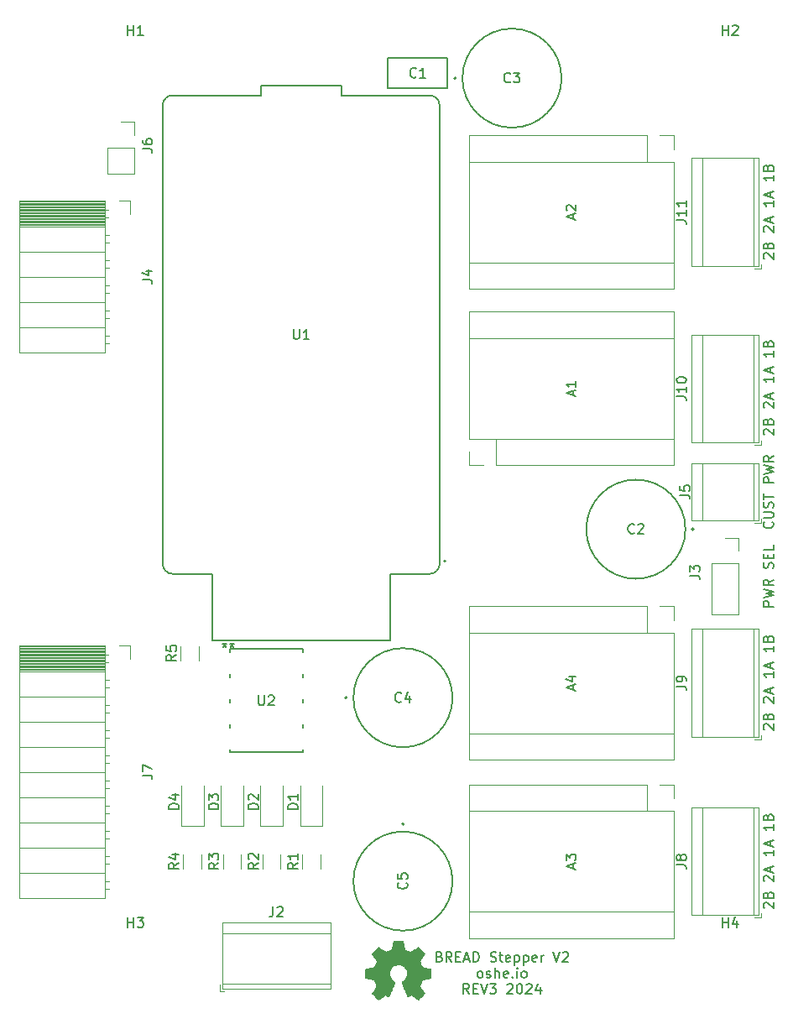
<source format=gbr>
%TF.GenerationSoftware,KiCad,Pcbnew,8.0.7*%
%TF.CreationDate,2025-01-17T12:14:06-05:00*%
%TF.ProjectId,BREAD_slice_v2,42524541-445f-4736-9c69-63655f76322e,rev?*%
%TF.SameCoordinates,Original*%
%TF.FileFunction,Legend,Top*%
%TF.FilePolarity,Positive*%
%FSLAX46Y46*%
G04 Gerber Fmt 4.6, Leading zero omitted, Abs format (unit mm)*
G04 Created by KiCad (PCBNEW 8.0.7) date 2025-01-17 12:14:06*
%MOMM*%
%LPD*%
G01*
G04 APERTURE LIST*
%ADD10C,0.150000*%
%ADD11C,0.127000*%
%ADD12C,0.200000*%
%ADD13C,0.120000*%
%ADD14C,0.010000*%
%ADD15C,0.152400*%
G04 APERTURE END LIST*
D10*
X199369819Y-109297618D02*
X198369819Y-109297618D01*
X198369819Y-109297618D02*
X198369819Y-108916666D01*
X198369819Y-108916666D02*
X198417438Y-108821428D01*
X198417438Y-108821428D02*
X198465057Y-108773809D01*
X198465057Y-108773809D02*
X198560295Y-108726190D01*
X198560295Y-108726190D02*
X198703152Y-108726190D01*
X198703152Y-108726190D02*
X198798390Y-108773809D01*
X198798390Y-108773809D02*
X198846009Y-108821428D01*
X198846009Y-108821428D02*
X198893628Y-108916666D01*
X198893628Y-108916666D02*
X198893628Y-109297618D01*
X198369819Y-108392856D02*
X199369819Y-108154761D01*
X199369819Y-108154761D02*
X198655533Y-107964285D01*
X198655533Y-107964285D02*
X199369819Y-107773809D01*
X199369819Y-107773809D02*
X198369819Y-107535714D01*
X199369819Y-106583333D02*
X198893628Y-106916666D01*
X199369819Y-107154761D02*
X198369819Y-107154761D01*
X198369819Y-107154761D02*
X198369819Y-106773809D01*
X198369819Y-106773809D02*
X198417438Y-106678571D01*
X198417438Y-106678571D02*
X198465057Y-106630952D01*
X198465057Y-106630952D02*
X198560295Y-106583333D01*
X198560295Y-106583333D02*
X198703152Y-106583333D01*
X198703152Y-106583333D02*
X198798390Y-106630952D01*
X198798390Y-106630952D02*
X198846009Y-106678571D01*
X198846009Y-106678571D02*
X198893628Y-106773809D01*
X198893628Y-106773809D02*
X198893628Y-107154761D01*
X199322200Y-105440475D02*
X199369819Y-105297618D01*
X199369819Y-105297618D02*
X199369819Y-105059523D01*
X199369819Y-105059523D02*
X199322200Y-104964285D01*
X199322200Y-104964285D02*
X199274580Y-104916666D01*
X199274580Y-104916666D02*
X199179342Y-104869047D01*
X199179342Y-104869047D02*
X199084104Y-104869047D01*
X199084104Y-104869047D02*
X198988866Y-104916666D01*
X198988866Y-104916666D02*
X198941247Y-104964285D01*
X198941247Y-104964285D02*
X198893628Y-105059523D01*
X198893628Y-105059523D02*
X198846009Y-105249999D01*
X198846009Y-105249999D02*
X198798390Y-105345237D01*
X198798390Y-105345237D02*
X198750771Y-105392856D01*
X198750771Y-105392856D02*
X198655533Y-105440475D01*
X198655533Y-105440475D02*
X198560295Y-105440475D01*
X198560295Y-105440475D02*
X198465057Y-105392856D01*
X198465057Y-105392856D02*
X198417438Y-105345237D01*
X198417438Y-105345237D02*
X198369819Y-105249999D01*
X198369819Y-105249999D02*
X198369819Y-105011904D01*
X198369819Y-105011904D02*
X198417438Y-104869047D01*
X198846009Y-104440475D02*
X198846009Y-104107142D01*
X199369819Y-103964285D02*
X199369819Y-104440475D01*
X199369819Y-104440475D02*
X198369819Y-104440475D01*
X198369819Y-104440475D02*
X198369819Y-103964285D01*
X199369819Y-103059523D02*
X199369819Y-103535713D01*
X199369819Y-103535713D02*
X198369819Y-103535713D01*
X198465057Y-74210839D02*
X198417438Y-74163220D01*
X198417438Y-74163220D02*
X198369819Y-74067982D01*
X198369819Y-74067982D02*
X198369819Y-73829887D01*
X198369819Y-73829887D02*
X198417438Y-73734649D01*
X198417438Y-73734649D02*
X198465057Y-73687030D01*
X198465057Y-73687030D02*
X198560295Y-73639411D01*
X198560295Y-73639411D02*
X198655533Y-73639411D01*
X198655533Y-73639411D02*
X198798390Y-73687030D01*
X198798390Y-73687030D02*
X199369819Y-74258458D01*
X199369819Y-74258458D02*
X199369819Y-73639411D01*
X198846009Y-72877506D02*
X198893628Y-72734649D01*
X198893628Y-72734649D02*
X198941247Y-72687030D01*
X198941247Y-72687030D02*
X199036485Y-72639411D01*
X199036485Y-72639411D02*
X199179342Y-72639411D01*
X199179342Y-72639411D02*
X199274580Y-72687030D01*
X199274580Y-72687030D02*
X199322200Y-72734649D01*
X199322200Y-72734649D02*
X199369819Y-72829887D01*
X199369819Y-72829887D02*
X199369819Y-73210839D01*
X199369819Y-73210839D02*
X198369819Y-73210839D01*
X198369819Y-73210839D02*
X198369819Y-72877506D01*
X198369819Y-72877506D02*
X198417438Y-72782268D01*
X198417438Y-72782268D02*
X198465057Y-72734649D01*
X198465057Y-72734649D02*
X198560295Y-72687030D01*
X198560295Y-72687030D02*
X198655533Y-72687030D01*
X198655533Y-72687030D02*
X198750771Y-72734649D01*
X198750771Y-72734649D02*
X198798390Y-72782268D01*
X198798390Y-72782268D02*
X198846009Y-72877506D01*
X198846009Y-72877506D02*
X198846009Y-73210839D01*
X198465057Y-71496553D02*
X198417438Y-71448934D01*
X198417438Y-71448934D02*
X198369819Y-71353696D01*
X198369819Y-71353696D02*
X198369819Y-71115601D01*
X198369819Y-71115601D02*
X198417438Y-71020363D01*
X198417438Y-71020363D02*
X198465057Y-70972744D01*
X198465057Y-70972744D02*
X198560295Y-70925125D01*
X198560295Y-70925125D02*
X198655533Y-70925125D01*
X198655533Y-70925125D02*
X198798390Y-70972744D01*
X198798390Y-70972744D02*
X199369819Y-71544172D01*
X199369819Y-71544172D02*
X199369819Y-70925125D01*
X199084104Y-70544172D02*
X199084104Y-70067982D01*
X199369819Y-70639410D02*
X198369819Y-70306077D01*
X198369819Y-70306077D02*
X199369819Y-69972744D01*
X199369819Y-68353696D02*
X199369819Y-68925124D01*
X199369819Y-68639410D02*
X198369819Y-68639410D01*
X198369819Y-68639410D02*
X198512676Y-68734648D01*
X198512676Y-68734648D02*
X198607914Y-68829886D01*
X198607914Y-68829886D02*
X198655533Y-68925124D01*
X199084104Y-67972743D02*
X199084104Y-67496553D01*
X199369819Y-68067981D02*
X198369819Y-67734648D01*
X198369819Y-67734648D02*
X199369819Y-67401315D01*
X199369819Y-65782267D02*
X199369819Y-66353695D01*
X199369819Y-66067981D02*
X198369819Y-66067981D01*
X198369819Y-66067981D02*
X198512676Y-66163219D01*
X198512676Y-66163219D02*
X198607914Y-66258457D01*
X198607914Y-66258457D02*
X198655533Y-66353695D01*
X198846009Y-65020362D02*
X198893628Y-64877505D01*
X198893628Y-64877505D02*
X198941247Y-64829886D01*
X198941247Y-64829886D02*
X199036485Y-64782267D01*
X199036485Y-64782267D02*
X199179342Y-64782267D01*
X199179342Y-64782267D02*
X199274580Y-64829886D01*
X199274580Y-64829886D02*
X199322200Y-64877505D01*
X199322200Y-64877505D02*
X199369819Y-64972743D01*
X199369819Y-64972743D02*
X199369819Y-65353695D01*
X199369819Y-65353695D02*
X198369819Y-65353695D01*
X198369819Y-65353695D02*
X198369819Y-65020362D01*
X198369819Y-65020362D02*
X198417438Y-64925124D01*
X198417438Y-64925124D02*
X198465057Y-64877505D01*
X198465057Y-64877505D02*
X198560295Y-64829886D01*
X198560295Y-64829886D02*
X198655533Y-64829886D01*
X198655533Y-64829886D02*
X198750771Y-64877505D01*
X198750771Y-64877505D02*
X198798390Y-64925124D01*
X198798390Y-64925124D02*
X198846009Y-65020362D01*
X198846009Y-65020362D02*
X198846009Y-65353695D01*
X199274580Y-100773809D02*
X199322200Y-100821428D01*
X199322200Y-100821428D02*
X199369819Y-100964285D01*
X199369819Y-100964285D02*
X199369819Y-101059523D01*
X199369819Y-101059523D02*
X199322200Y-101202380D01*
X199322200Y-101202380D02*
X199226961Y-101297618D01*
X199226961Y-101297618D02*
X199131723Y-101345237D01*
X199131723Y-101345237D02*
X198941247Y-101392856D01*
X198941247Y-101392856D02*
X198798390Y-101392856D01*
X198798390Y-101392856D02*
X198607914Y-101345237D01*
X198607914Y-101345237D02*
X198512676Y-101297618D01*
X198512676Y-101297618D02*
X198417438Y-101202380D01*
X198417438Y-101202380D02*
X198369819Y-101059523D01*
X198369819Y-101059523D02*
X198369819Y-100964285D01*
X198369819Y-100964285D02*
X198417438Y-100821428D01*
X198417438Y-100821428D02*
X198465057Y-100773809D01*
X198369819Y-100345237D02*
X199179342Y-100345237D01*
X199179342Y-100345237D02*
X199274580Y-100297618D01*
X199274580Y-100297618D02*
X199322200Y-100249999D01*
X199322200Y-100249999D02*
X199369819Y-100154761D01*
X199369819Y-100154761D02*
X199369819Y-99964285D01*
X199369819Y-99964285D02*
X199322200Y-99869047D01*
X199322200Y-99869047D02*
X199274580Y-99821428D01*
X199274580Y-99821428D02*
X199179342Y-99773809D01*
X199179342Y-99773809D02*
X198369819Y-99773809D01*
X199322200Y-99345237D02*
X199369819Y-99202380D01*
X199369819Y-99202380D02*
X199369819Y-98964285D01*
X199369819Y-98964285D02*
X199322200Y-98869047D01*
X199322200Y-98869047D02*
X199274580Y-98821428D01*
X199274580Y-98821428D02*
X199179342Y-98773809D01*
X199179342Y-98773809D02*
X199084104Y-98773809D01*
X199084104Y-98773809D02*
X198988866Y-98821428D01*
X198988866Y-98821428D02*
X198941247Y-98869047D01*
X198941247Y-98869047D02*
X198893628Y-98964285D01*
X198893628Y-98964285D02*
X198846009Y-99154761D01*
X198846009Y-99154761D02*
X198798390Y-99249999D01*
X198798390Y-99249999D02*
X198750771Y-99297618D01*
X198750771Y-99297618D02*
X198655533Y-99345237D01*
X198655533Y-99345237D02*
X198560295Y-99345237D01*
X198560295Y-99345237D02*
X198465057Y-99297618D01*
X198465057Y-99297618D02*
X198417438Y-99249999D01*
X198417438Y-99249999D02*
X198369819Y-99154761D01*
X198369819Y-99154761D02*
X198369819Y-98916666D01*
X198369819Y-98916666D02*
X198417438Y-98773809D01*
X198369819Y-98488094D02*
X198369819Y-97916666D01*
X199369819Y-98202380D02*
X198369819Y-98202380D01*
X199369819Y-96821427D02*
X198369819Y-96821427D01*
X198369819Y-96821427D02*
X198369819Y-96440475D01*
X198369819Y-96440475D02*
X198417438Y-96345237D01*
X198417438Y-96345237D02*
X198465057Y-96297618D01*
X198465057Y-96297618D02*
X198560295Y-96249999D01*
X198560295Y-96249999D02*
X198703152Y-96249999D01*
X198703152Y-96249999D02*
X198798390Y-96297618D01*
X198798390Y-96297618D02*
X198846009Y-96345237D01*
X198846009Y-96345237D02*
X198893628Y-96440475D01*
X198893628Y-96440475D02*
X198893628Y-96821427D01*
X198369819Y-95916665D02*
X199369819Y-95678570D01*
X199369819Y-95678570D02*
X198655533Y-95488094D01*
X198655533Y-95488094D02*
X199369819Y-95297618D01*
X199369819Y-95297618D02*
X198369819Y-95059523D01*
X199369819Y-94107142D02*
X198893628Y-94440475D01*
X199369819Y-94678570D02*
X198369819Y-94678570D01*
X198369819Y-94678570D02*
X198369819Y-94297618D01*
X198369819Y-94297618D02*
X198417438Y-94202380D01*
X198417438Y-94202380D02*
X198465057Y-94154761D01*
X198465057Y-94154761D02*
X198560295Y-94107142D01*
X198560295Y-94107142D02*
X198703152Y-94107142D01*
X198703152Y-94107142D02*
X198798390Y-94154761D01*
X198798390Y-94154761D02*
X198846009Y-94202380D01*
X198846009Y-94202380D02*
X198893628Y-94297618D01*
X198893628Y-94297618D02*
X198893628Y-94678570D01*
X198465057Y-91960839D02*
X198417438Y-91913220D01*
X198417438Y-91913220D02*
X198369819Y-91817982D01*
X198369819Y-91817982D02*
X198369819Y-91579887D01*
X198369819Y-91579887D02*
X198417438Y-91484649D01*
X198417438Y-91484649D02*
X198465057Y-91437030D01*
X198465057Y-91437030D02*
X198560295Y-91389411D01*
X198560295Y-91389411D02*
X198655533Y-91389411D01*
X198655533Y-91389411D02*
X198798390Y-91437030D01*
X198798390Y-91437030D02*
X199369819Y-92008458D01*
X199369819Y-92008458D02*
X199369819Y-91389411D01*
X198846009Y-90627506D02*
X198893628Y-90484649D01*
X198893628Y-90484649D02*
X198941247Y-90437030D01*
X198941247Y-90437030D02*
X199036485Y-90389411D01*
X199036485Y-90389411D02*
X199179342Y-90389411D01*
X199179342Y-90389411D02*
X199274580Y-90437030D01*
X199274580Y-90437030D02*
X199322200Y-90484649D01*
X199322200Y-90484649D02*
X199369819Y-90579887D01*
X199369819Y-90579887D02*
X199369819Y-90960839D01*
X199369819Y-90960839D02*
X198369819Y-90960839D01*
X198369819Y-90960839D02*
X198369819Y-90627506D01*
X198369819Y-90627506D02*
X198417438Y-90532268D01*
X198417438Y-90532268D02*
X198465057Y-90484649D01*
X198465057Y-90484649D02*
X198560295Y-90437030D01*
X198560295Y-90437030D02*
X198655533Y-90437030D01*
X198655533Y-90437030D02*
X198750771Y-90484649D01*
X198750771Y-90484649D02*
X198798390Y-90532268D01*
X198798390Y-90532268D02*
X198846009Y-90627506D01*
X198846009Y-90627506D02*
X198846009Y-90960839D01*
X198465057Y-89246553D02*
X198417438Y-89198934D01*
X198417438Y-89198934D02*
X198369819Y-89103696D01*
X198369819Y-89103696D02*
X198369819Y-88865601D01*
X198369819Y-88865601D02*
X198417438Y-88770363D01*
X198417438Y-88770363D02*
X198465057Y-88722744D01*
X198465057Y-88722744D02*
X198560295Y-88675125D01*
X198560295Y-88675125D02*
X198655533Y-88675125D01*
X198655533Y-88675125D02*
X198798390Y-88722744D01*
X198798390Y-88722744D02*
X199369819Y-89294172D01*
X199369819Y-89294172D02*
X199369819Y-88675125D01*
X199084104Y-88294172D02*
X199084104Y-87817982D01*
X199369819Y-88389410D02*
X198369819Y-88056077D01*
X198369819Y-88056077D02*
X199369819Y-87722744D01*
X199369819Y-86103696D02*
X199369819Y-86675124D01*
X199369819Y-86389410D02*
X198369819Y-86389410D01*
X198369819Y-86389410D02*
X198512676Y-86484648D01*
X198512676Y-86484648D02*
X198607914Y-86579886D01*
X198607914Y-86579886D02*
X198655533Y-86675124D01*
X199084104Y-85722743D02*
X199084104Y-85246553D01*
X199369819Y-85817981D02*
X198369819Y-85484648D01*
X198369819Y-85484648D02*
X199369819Y-85151315D01*
X199369819Y-83532267D02*
X199369819Y-84103695D01*
X199369819Y-83817981D02*
X198369819Y-83817981D01*
X198369819Y-83817981D02*
X198512676Y-83913219D01*
X198512676Y-83913219D02*
X198607914Y-84008457D01*
X198607914Y-84008457D02*
X198655533Y-84103695D01*
X198846009Y-82770362D02*
X198893628Y-82627505D01*
X198893628Y-82627505D02*
X198941247Y-82579886D01*
X198941247Y-82579886D02*
X199036485Y-82532267D01*
X199036485Y-82532267D02*
X199179342Y-82532267D01*
X199179342Y-82532267D02*
X199274580Y-82579886D01*
X199274580Y-82579886D02*
X199322200Y-82627505D01*
X199322200Y-82627505D02*
X199369819Y-82722743D01*
X199369819Y-82722743D02*
X199369819Y-83103695D01*
X199369819Y-83103695D02*
X198369819Y-83103695D01*
X198369819Y-83103695D02*
X198369819Y-82770362D01*
X198369819Y-82770362D02*
X198417438Y-82675124D01*
X198417438Y-82675124D02*
X198465057Y-82627505D01*
X198465057Y-82627505D02*
X198560295Y-82579886D01*
X198560295Y-82579886D02*
X198655533Y-82579886D01*
X198655533Y-82579886D02*
X198750771Y-82627505D01*
X198750771Y-82627505D02*
X198798390Y-82675124D01*
X198798390Y-82675124D02*
X198846009Y-82770362D01*
X198846009Y-82770362D02*
X198846009Y-83103695D01*
X198465057Y-139710839D02*
X198417438Y-139663220D01*
X198417438Y-139663220D02*
X198369819Y-139567982D01*
X198369819Y-139567982D02*
X198369819Y-139329887D01*
X198369819Y-139329887D02*
X198417438Y-139234649D01*
X198417438Y-139234649D02*
X198465057Y-139187030D01*
X198465057Y-139187030D02*
X198560295Y-139139411D01*
X198560295Y-139139411D02*
X198655533Y-139139411D01*
X198655533Y-139139411D02*
X198798390Y-139187030D01*
X198798390Y-139187030D02*
X199369819Y-139758458D01*
X199369819Y-139758458D02*
X199369819Y-139139411D01*
X198846009Y-138377506D02*
X198893628Y-138234649D01*
X198893628Y-138234649D02*
X198941247Y-138187030D01*
X198941247Y-138187030D02*
X199036485Y-138139411D01*
X199036485Y-138139411D02*
X199179342Y-138139411D01*
X199179342Y-138139411D02*
X199274580Y-138187030D01*
X199274580Y-138187030D02*
X199322200Y-138234649D01*
X199322200Y-138234649D02*
X199369819Y-138329887D01*
X199369819Y-138329887D02*
X199369819Y-138710839D01*
X199369819Y-138710839D02*
X198369819Y-138710839D01*
X198369819Y-138710839D02*
X198369819Y-138377506D01*
X198369819Y-138377506D02*
X198417438Y-138282268D01*
X198417438Y-138282268D02*
X198465057Y-138234649D01*
X198465057Y-138234649D02*
X198560295Y-138187030D01*
X198560295Y-138187030D02*
X198655533Y-138187030D01*
X198655533Y-138187030D02*
X198750771Y-138234649D01*
X198750771Y-138234649D02*
X198798390Y-138282268D01*
X198798390Y-138282268D02*
X198846009Y-138377506D01*
X198846009Y-138377506D02*
X198846009Y-138710839D01*
X198465057Y-136996553D02*
X198417438Y-136948934D01*
X198417438Y-136948934D02*
X198369819Y-136853696D01*
X198369819Y-136853696D02*
X198369819Y-136615601D01*
X198369819Y-136615601D02*
X198417438Y-136520363D01*
X198417438Y-136520363D02*
X198465057Y-136472744D01*
X198465057Y-136472744D02*
X198560295Y-136425125D01*
X198560295Y-136425125D02*
X198655533Y-136425125D01*
X198655533Y-136425125D02*
X198798390Y-136472744D01*
X198798390Y-136472744D02*
X199369819Y-137044172D01*
X199369819Y-137044172D02*
X199369819Y-136425125D01*
X199084104Y-136044172D02*
X199084104Y-135567982D01*
X199369819Y-136139410D02*
X198369819Y-135806077D01*
X198369819Y-135806077D02*
X199369819Y-135472744D01*
X199369819Y-133853696D02*
X199369819Y-134425124D01*
X199369819Y-134139410D02*
X198369819Y-134139410D01*
X198369819Y-134139410D02*
X198512676Y-134234648D01*
X198512676Y-134234648D02*
X198607914Y-134329886D01*
X198607914Y-134329886D02*
X198655533Y-134425124D01*
X199084104Y-133472743D02*
X199084104Y-132996553D01*
X199369819Y-133567981D02*
X198369819Y-133234648D01*
X198369819Y-133234648D02*
X199369819Y-132901315D01*
X199369819Y-131282267D02*
X199369819Y-131853695D01*
X199369819Y-131567981D02*
X198369819Y-131567981D01*
X198369819Y-131567981D02*
X198512676Y-131663219D01*
X198512676Y-131663219D02*
X198607914Y-131758457D01*
X198607914Y-131758457D02*
X198655533Y-131853695D01*
X198846009Y-130520362D02*
X198893628Y-130377505D01*
X198893628Y-130377505D02*
X198941247Y-130329886D01*
X198941247Y-130329886D02*
X199036485Y-130282267D01*
X199036485Y-130282267D02*
X199179342Y-130282267D01*
X199179342Y-130282267D02*
X199274580Y-130329886D01*
X199274580Y-130329886D02*
X199322200Y-130377505D01*
X199322200Y-130377505D02*
X199369819Y-130472743D01*
X199369819Y-130472743D02*
X199369819Y-130853695D01*
X199369819Y-130853695D02*
X198369819Y-130853695D01*
X198369819Y-130853695D02*
X198369819Y-130520362D01*
X198369819Y-130520362D02*
X198417438Y-130425124D01*
X198417438Y-130425124D02*
X198465057Y-130377505D01*
X198465057Y-130377505D02*
X198560295Y-130329886D01*
X198560295Y-130329886D02*
X198655533Y-130329886D01*
X198655533Y-130329886D02*
X198750771Y-130377505D01*
X198750771Y-130377505D02*
X198798390Y-130425124D01*
X198798390Y-130425124D02*
X198846009Y-130520362D01*
X198846009Y-130520362D02*
X198846009Y-130853695D01*
X165690475Y-144626121D02*
X165833332Y-144673740D01*
X165833332Y-144673740D02*
X165880951Y-144721359D01*
X165880951Y-144721359D02*
X165928570Y-144816597D01*
X165928570Y-144816597D02*
X165928570Y-144959454D01*
X165928570Y-144959454D02*
X165880951Y-145054692D01*
X165880951Y-145054692D02*
X165833332Y-145102312D01*
X165833332Y-145102312D02*
X165738094Y-145149931D01*
X165738094Y-145149931D02*
X165357142Y-145149931D01*
X165357142Y-145149931D02*
X165357142Y-144149931D01*
X165357142Y-144149931D02*
X165690475Y-144149931D01*
X165690475Y-144149931D02*
X165785713Y-144197550D01*
X165785713Y-144197550D02*
X165833332Y-144245169D01*
X165833332Y-144245169D02*
X165880951Y-144340407D01*
X165880951Y-144340407D02*
X165880951Y-144435645D01*
X165880951Y-144435645D02*
X165833332Y-144530883D01*
X165833332Y-144530883D02*
X165785713Y-144578502D01*
X165785713Y-144578502D02*
X165690475Y-144626121D01*
X165690475Y-144626121D02*
X165357142Y-144626121D01*
X166928570Y-145149931D02*
X166595237Y-144673740D01*
X166357142Y-145149931D02*
X166357142Y-144149931D01*
X166357142Y-144149931D02*
X166738094Y-144149931D01*
X166738094Y-144149931D02*
X166833332Y-144197550D01*
X166833332Y-144197550D02*
X166880951Y-144245169D01*
X166880951Y-144245169D02*
X166928570Y-144340407D01*
X166928570Y-144340407D02*
X166928570Y-144483264D01*
X166928570Y-144483264D02*
X166880951Y-144578502D01*
X166880951Y-144578502D02*
X166833332Y-144626121D01*
X166833332Y-144626121D02*
X166738094Y-144673740D01*
X166738094Y-144673740D02*
X166357142Y-144673740D01*
X167357142Y-144626121D02*
X167690475Y-144626121D01*
X167833332Y-145149931D02*
X167357142Y-145149931D01*
X167357142Y-145149931D02*
X167357142Y-144149931D01*
X167357142Y-144149931D02*
X167833332Y-144149931D01*
X168214285Y-144864216D02*
X168690475Y-144864216D01*
X168119047Y-145149931D02*
X168452380Y-144149931D01*
X168452380Y-144149931D02*
X168785713Y-145149931D01*
X169119047Y-145149931D02*
X169119047Y-144149931D01*
X169119047Y-144149931D02*
X169357142Y-144149931D01*
X169357142Y-144149931D02*
X169499999Y-144197550D01*
X169499999Y-144197550D02*
X169595237Y-144292788D01*
X169595237Y-144292788D02*
X169642856Y-144388026D01*
X169642856Y-144388026D02*
X169690475Y-144578502D01*
X169690475Y-144578502D02*
X169690475Y-144721359D01*
X169690475Y-144721359D02*
X169642856Y-144911835D01*
X169642856Y-144911835D02*
X169595237Y-145007073D01*
X169595237Y-145007073D02*
X169499999Y-145102312D01*
X169499999Y-145102312D02*
X169357142Y-145149931D01*
X169357142Y-145149931D02*
X169119047Y-145149931D01*
X170833333Y-145102312D02*
X170976190Y-145149931D01*
X170976190Y-145149931D02*
X171214285Y-145149931D01*
X171214285Y-145149931D02*
X171309523Y-145102312D01*
X171309523Y-145102312D02*
X171357142Y-145054692D01*
X171357142Y-145054692D02*
X171404761Y-144959454D01*
X171404761Y-144959454D02*
X171404761Y-144864216D01*
X171404761Y-144864216D02*
X171357142Y-144768978D01*
X171357142Y-144768978D02*
X171309523Y-144721359D01*
X171309523Y-144721359D02*
X171214285Y-144673740D01*
X171214285Y-144673740D02*
X171023809Y-144626121D01*
X171023809Y-144626121D02*
X170928571Y-144578502D01*
X170928571Y-144578502D02*
X170880952Y-144530883D01*
X170880952Y-144530883D02*
X170833333Y-144435645D01*
X170833333Y-144435645D02*
X170833333Y-144340407D01*
X170833333Y-144340407D02*
X170880952Y-144245169D01*
X170880952Y-144245169D02*
X170928571Y-144197550D01*
X170928571Y-144197550D02*
X171023809Y-144149931D01*
X171023809Y-144149931D02*
X171261904Y-144149931D01*
X171261904Y-144149931D02*
X171404761Y-144197550D01*
X171690476Y-144483264D02*
X172071428Y-144483264D01*
X171833333Y-144149931D02*
X171833333Y-145007073D01*
X171833333Y-145007073D02*
X171880952Y-145102312D01*
X171880952Y-145102312D02*
X171976190Y-145149931D01*
X171976190Y-145149931D02*
X172071428Y-145149931D01*
X172785714Y-145102312D02*
X172690476Y-145149931D01*
X172690476Y-145149931D02*
X172500000Y-145149931D01*
X172500000Y-145149931D02*
X172404762Y-145102312D01*
X172404762Y-145102312D02*
X172357143Y-145007073D01*
X172357143Y-145007073D02*
X172357143Y-144626121D01*
X172357143Y-144626121D02*
X172404762Y-144530883D01*
X172404762Y-144530883D02*
X172500000Y-144483264D01*
X172500000Y-144483264D02*
X172690476Y-144483264D01*
X172690476Y-144483264D02*
X172785714Y-144530883D01*
X172785714Y-144530883D02*
X172833333Y-144626121D01*
X172833333Y-144626121D02*
X172833333Y-144721359D01*
X172833333Y-144721359D02*
X172357143Y-144816597D01*
X173261905Y-144483264D02*
X173261905Y-145483264D01*
X173261905Y-144530883D02*
X173357143Y-144483264D01*
X173357143Y-144483264D02*
X173547619Y-144483264D01*
X173547619Y-144483264D02*
X173642857Y-144530883D01*
X173642857Y-144530883D02*
X173690476Y-144578502D01*
X173690476Y-144578502D02*
X173738095Y-144673740D01*
X173738095Y-144673740D02*
X173738095Y-144959454D01*
X173738095Y-144959454D02*
X173690476Y-145054692D01*
X173690476Y-145054692D02*
X173642857Y-145102312D01*
X173642857Y-145102312D02*
X173547619Y-145149931D01*
X173547619Y-145149931D02*
X173357143Y-145149931D01*
X173357143Y-145149931D02*
X173261905Y-145102312D01*
X174166667Y-144483264D02*
X174166667Y-145483264D01*
X174166667Y-144530883D02*
X174261905Y-144483264D01*
X174261905Y-144483264D02*
X174452381Y-144483264D01*
X174452381Y-144483264D02*
X174547619Y-144530883D01*
X174547619Y-144530883D02*
X174595238Y-144578502D01*
X174595238Y-144578502D02*
X174642857Y-144673740D01*
X174642857Y-144673740D02*
X174642857Y-144959454D01*
X174642857Y-144959454D02*
X174595238Y-145054692D01*
X174595238Y-145054692D02*
X174547619Y-145102312D01*
X174547619Y-145102312D02*
X174452381Y-145149931D01*
X174452381Y-145149931D02*
X174261905Y-145149931D01*
X174261905Y-145149931D02*
X174166667Y-145102312D01*
X175452381Y-145102312D02*
X175357143Y-145149931D01*
X175357143Y-145149931D02*
X175166667Y-145149931D01*
X175166667Y-145149931D02*
X175071429Y-145102312D01*
X175071429Y-145102312D02*
X175023810Y-145007073D01*
X175023810Y-145007073D02*
X175023810Y-144626121D01*
X175023810Y-144626121D02*
X175071429Y-144530883D01*
X175071429Y-144530883D02*
X175166667Y-144483264D01*
X175166667Y-144483264D02*
X175357143Y-144483264D01*
X175357143Y-144483264D02*
X175452381Y-144530883D01*
X175452381Y-144530883D02*
X175500000Y-144626121D01*
X175500000Y-144626121D02*
X175500000Y-144721359D01*
X175500000Y-144721359D02*
X175023810Y-144816597D01*
X175928572Y-145149931D02*
X175928572Y-144483264D01*
X175928572Y-144673740D02*
X175976191Y-144578502D01*
X175976191Y-144578502D02*
X176023810Y-144530883D01*
X176023810Y-144530883D02*
X176119048Y-144483264D01*
X176119048Y-144483264D02*
X176214286Y-144483264D01*
X177166668Y-144149931D02*
X177500001Y-145149931D01*
X177500001Y-145149931D02*
X177833334Y-144149931D01*
X178119049Y-144245169D02*
X178166668Y-144197550D01*
X178166668Y-144197550D02*
X178261906Y-144149931D01*
X178261906Y-144149931D02*
X178500001Y-144149931D01*
X178500001Y-144149931D02*
X178595239Y-144197550D01*
X178595239Y-144197550D02*
X178642858Y-144245169D01*
X178642858Y-144245169D02*
X178690477Y-144340407D01*
X178690477Y-144340407D02*
X178690477Y-144435645D01*
X178690477Y-144435645D02*
X178642858Y-144578502D01*
X178642858Y-144578502D02*
X178071430Y-145149931D01*
X178071430Y-145149931D02*
X178690477Y-145149931D01*
X169714286Y-146759875D02*
X169619048Y-146712256D01*
X169619048Y-146712256D02*
X169571429Y-146664636D01*
X169571429Y-146664636D02*
X169523810Y-146569398D01*
X169523810Y-146569398D02*
X169523810Y-146283684D01*
X169523810Y-146283684D02*
X169571429Y-146188446D01*
X169571429Y-146188446D02*
X169619048Y-146140827D01*
X169619048Y-146140827D02*
X169714286Y-146093208D01*
X169714286Y-146093208D02*
X169857143Y-146093208D01*
X169857143Y-146093208D02*
X169952381Y-146140827D01*
X169952381Y-146140827D02*
X170000000Y-146188446D01*
X170000000Y-146188446D02*
X170047619Y-146283684D01*
X170047619Y-146283684D02*
X170047619Y-146569398D01*
X170047619Y-146569398D02*
X170000000Y-146664636D01*
X170000000Y-146664636D02*
X169952381Y-146712256D01*
X169952381Y-146712256D02*
X169857143Y-146759875D01*
X169857143Y-146759875D02*
X169714286Y-146759875D01*
X170428572Y-146712256D02*
X170523810Y-146759875D01*
X170523810Y-146759875D02*
X170714286Y-146759875D01*
X170714286Y-146759875D02*
X170809524Y-146712256D01*
X170809524Y-146712256D02*
X170857143Y-146617017D01*
X170857143Y-146617017D02*
X170857143Y-146569398D01*
X170857143Y-146569398D02*
X170809524Y-146474160D01*
X170809524Y-146474160D02*
X170714286Y-146426541D01*
X170714286Y-146426541D02*
X170571429Y-146426541D01*
X170571429Y-146426541D02*
X170476191Y-146378922D01*
X170476191Y-146378922D02*
X170428572Y-146283684D01*
X170428572Y-146283684D02*
X170428572Y-146236065D01*
X170428572Y-146236065D02*
X170476191Y-146140827D01*
X170476191Y-146140827D02*
X170571429Y-146093208D01*
X170571429Y-146093208D02*
X170714286Y-146093208D01*
X170714286Y-146093208D02*
X170809524Y-146140827D01*
X171285715Y-146759875D02*
X171285715Y-145759875D01*
X171714286Y-146759875D02*
X171714286Y-146236065D01*
X171714286Y-146236065D02*
X171666667Y-146140827D01*
X171666667Y-146140827D02*
X171571429Y-146093208D01*
X171571429Y-146093208D02*
X171428572Y-146093208D01*
X171428572Y-146093208D02*
X171333334Y-146140827D01*
X171333334Y-146140827D02*
X171285715Y-146188446D01*
X172571429Y-146712256D02*
X172476191Y-146759875D01*
X172476191Y-146759875D02*
X172285715Y-146759875D01*
X172285715Y-146759875D02*
X172190477Y-146712256D01*
X172190477Y-146712256D02*
X172142858Y-146617017D01*
X172142858Y-146617017D02*
X172142858Y-146236065D01*
X172142858Y-146236065D02*
X172190477Y-146140827D01*
X172190477Y-146140827D02*
X172285715Y-146093208D01*
X172285715Y-146093208D02*
X172476191Y-146093208D01*
X172476191Y-146093208D02*
X172571429Y-146140827D01*
X172571429Y-146140827D02*
X172619048Y-146236065D01*
X172619048Y-146236065D02*
X172619048Y-146331303D01*
X172619048Y-146331303D02*
X172142858Y-146426541D01*
X173047620Y-146664636D02*
X173095239Y-146712256D01*
X173095239Y-146712256D02*
X173047620Y-146759875D01*
X173047620Y-146759875D02*
X173000001Y-146712256D01*
X173000001Y-146712256D02*
X173047620Y-146664636D01*
X173047620Y-146664636D02*
X173047620Y-146759875D01*
X173523810Y-146759875D02*
X173523810Y-146093208D01*
X173523810Y-145759875D02*
X173476191Y-145807494D01*
X173476191Y-145807494D02*
X173523810Y-145855113D01*
X173523810Y-145855113D02*
X173571429Y-145807494D01*
X173571429Y-145807494D02*
X173523810Y-145759875D01*
X173523810Y-145759875D02*
X173523810Y-145855113D01*
X174142857Y-146759875D02*
X174047619Y-146712256D01*
X174047619Y-146712256D02*
X174000000Y-146664636D01*
X174000000Y-146664636D02*
X173952381Y-146569398D01*
X173952381Y-146569398D02*
X173952381Y-146283684D01*
X173952381Y-146283684D02*
X174000000Y-146188446D01*
X174000000Y-146188446D02*
X174047619Y-146140827D01*
X174047619Y-146140827D02*
X174142857Y-146093208D01*
X174142857Y-146093208D02*
X174285714Y-146093208D01*
X174285714Y-146093208D02*
X174380952Y-146140827D01*
X174380952Y-146140827D02*
X174428571Y-146188446D01*
X174428571Y-146188446D02*
X174476190Y-146283684D01*
X174476190Y-146283684D02*
X174476190Y-146569398D01*
X174476190Y-146569398D02*
X174428571Y-146664636D01*
X174428571Y-146664636D02*
X174380952Y-146712256D01*
X174380952Y-146712256D02*
X174285714Y-146759875D01*
X174285714Y-146759875D02*
X174142857Y-146759875D01*
X168666666Y-148369819D02*
X168333333Y-147893628D01*
X168095238Y-148369819D02*
X168095238Y-147369819D01*
X168095238Y-147369819D02*
X168476190Y-147369819D01*
X168476190Y-147369819D02*
X168571428Y-147417438D01*
X168571428Y-147417438D02*
X168619047Y-147465057D01*
X168619047Y-147465057D02*
X168666666Y-147560295D01*
X168666666Y-147560295D02*
X168666666Y-147703152D01*
X168666666Y-147703152D02*
X168619047Y-147798390D01*
X168619047Y-147798390D02*
X168571428Y-147846009D01*
X168571428Y-147846009D02*
X168476190Y-147893628D01*
X168476190Y-147893628D02*
X168095238Y-147893628D01*
X169095238Y-147846009D02*
X169428571Y-147846009D01*
X169571428Y-148369819D02*
X169095238Y-148369819D01*
X169095238Y-148369819D02*
X169095238Y-147369819D01*
X169095238Y-147369819D02*
X169571428Y-147369819D01*
X169857143Y-147369819D02*
X170190476Y-148369819D01*
X170190476Y-148369819D02*
X170523809Y-147369819D01*
X170761905Y-147369819D02*
X171380952Y-147369819D01*
X171380952Y-147369819D02*
X171047619Y-147750771D01*
X171047619Y-147750771D02*
X171190476Y-147750771D01*
X171190476Y-147750771D02*
X171285714Y-147798390D01*
X171285714Y-147798390D02*
X171333333Y-147846009D01*
X171333333Y-147846009D02*
X171380952Y-147941247D01*
X171380952Y-147941247D02*
X171380952Y-148179342D01*
X171380952Y-148179342D02*
X171333333Y-148274580D01*
X171333333Y-148274580D02*
X171285714Y-148322200D01*
X171285714Y-148322200D02*
X171190476Y-148369819D01*
X171190476Y-148369819D02*
X170904762Y-148369819D01*
X170904762Y-148369819D02*
X170809524Y-148322200D01*
X170809524Y-148322200D02*
X170761905Y-148274580D01*
X172523810Y-147465057D02*
X172571429Y-147417438D01*
X172571429Y-147417438D02*
X172666667Y-147369819D01*
X172666667Y-147369819D02*
X172904762Y-147369819D01*
X172904762Y-147369819D02*
X173000000Y-147417438D01*
X173000000Y-147417438D02*
X173047619Y-147465057D01*
X173047619Y-147465057D02*
X173095238Y-147560295D01*
X173095238Y-147560295D02*
X173095238Y-147655533D01*
X173095238Y-147655533D02*
X173047619Y-147798390D01*
X173047619Y-147798390D02*
X172476191Y-148369819D01*
X172476191Y-148369819D02*
X173095238Y-148369819D01*
X173714286Y-147369819D02*
X173809524Y-147369819D01*
X173809524Y-147369819D02*
X173904762Y-147417438D01*
X173904762Y-147417438D02*
X173952381Y-147465057D01*
X173952381Y-147465057D02*
X174000000Y-147560295D01*
X174000000Y-147560295D02*
X174047619Y-147750771D01*
X174047619Y-147750771D02*
X174047619Y-147988866D01*
X174047619Y-147988866D02*
X174000000Y-148179342D01*
X174000000Y-148179342D02*
X173952381Y-148274580D01*
X173952381Y-148274580D02*
X173904762Y-148322200D01*
X173904762Y-148322200D02*
X173809524Y-148369819D01*
X173809524Y-148369819D02*
X173714286Y-148369819D01*
X173714286Y-148369819D02*
X173619048Y-148322200D01*
X173619048Y-148322200D02*
X173571429Y-148274580D01*
X173571429Y-148274580D02*
X173523810Y-148179342D01*
X173523810Y-148179342D02*
X173476191Y-147988866D01*
X173476191Y-147988866D02*
X173476191Y-147750771D01*
X173476191Y-147750771D02*
X173523810Y-147560295D01*
X173523810Y-147560295D02*
X173571429Y-147465057D01*
X173571429Y-147465057D02*
X173619048Y-147417438D01*
X173619048Y-147417438D02*
X173714286Y-147369819D01*
X174428572Y-147465057D02*
X174476191Y-147417438D01*
X174476191Y-147417438D02*
X174571429Y-147369819D01*
X174571429Y-147369819D02*
X174809524Y-147369819D01*
X174809524Y-147369819D02*
X174904762Y-147417438D01*
X174904762Y-147417438D02*
X174952381Y-147465057D01*
X174952381Y-147465057D02*
X175000000Y-147560295D01*
X175000000Y-147560295D02*
X175000000Y-147655533D01*
X175000000Y-147655533D02*
X174952381Y-147798390D01*
X174952381Y-147798390D02*
X174380953Y-148369819D01*
X174380953Y-148369819D02*
X175000000Y-148369819D01*
X175857143Y-147703152D02*
X175857143Y-148369819D01*
X175619048Y-147322200D02*
X175380953Y-148036485D01*
X175380953Y-148036485D02*
X176000000Y-148036485D01*
X198465057Y-121710839D02*
X198417438Y-121663220D01*
X198417438Y-121663220D02*
X198369819Y-121567982D01*
X198369819Y-121567982D02*
X198369819Y-121329887D01*
X198369819Y-121329887D02*
X198417438Y-121234649D01*
X198417438Y-121234649D02*
X198465057Y-121187030D01*
X198465057Y-121187030D02*
X198560295Y-121139411D01*
X198560295Y-121139411D02*
X198655533Y-121139411D01*
X198655533Y-121139411D02*
X198798390Y-121187030D01*
X198798390Y-121187030D02*
X199369819Y-121758458D01*
X199369819Y-121758458D02*
X199369819Y-121139411D01*
X198846009Y-120377506D02*
X198893628Y-120234649D01*
X198893628Y-120234649D02*
X198941247Y-120187030D01*
X198941247Y-120187030D02*
X199036485Y-120139411D01*
X199036485Y-120139411D02*
X199179342Y-120139411D01*
X199179342Y-120139411D02*
X199274580Y-120187030D01*
X199274580Y-120187030D02*
X199322200Y-120234649D01*
X199322200Y-120234649D02*
X199369819Y-120329887D01*
X199369819Y-120329887D02*
X199369819Y-120710839D01*
X199369819Y-120710839D02*
X198369819Y-120710839D01*
X198369819Y-120710839D02*
X198369819Y-120377506D01*
X198369819Y-120377506D02*
X198417438Y-120282268D01*
X198417438Y-120282268D02*
X198465057Y-120234649D01*
X198465057Y-120234649D02*
X198560295Y-120187030D01*
X198560295Y-120187030D02*
X198655533Y-120187030D01*
X198655533Y-120187030D02*
X198750771Y-120234649D01*
X198750771Y-120234649D02*
X198798390Y-120282268D01*
X198798390Y-120282268D02*
X198846009Y-120377506D01*
X198846009Y-120377506D02*
X198846009Y-120710839D01*
X198465057Y-118996553D02*
X198417438Y-118948934D01*
X198417438Y-118948934D02*
X198369819Y-118853696D01*
X198369819Y-118853696D02*
X198369819Y-118615601D01*
X198369819Y-118615601D02*
X198417438Y-118520363D01*
X198417438Y-118520363D02*
X198465057Y-118472744D01*
X198465057Y-118472744D02*
X198560295Y-118425125D01*
X198560295Y-118425125D02*
X198655533Y-118425125D01*
X198655533Y-118425125D02*
X198798390Y-118472744D01*
X198798390Y-118472744D02*
X199369819Y-119044172D01*
X199369819Y-119044172D02*
X199369819Y-118425125D01*
X199084104Y-118044172D02*
X199084104Y-117567982D01*
X199369819Y-118139410D02*
X198369819Y-117806077D01*
X198369819Y-117806077D02*
X199369819Y-117472744D01*
X199369819Y-115853696D02*
X199369819Y-116425124D01*
X199369819Y-116139410D02*
X198369819Y-116139410D01*
X198369819Y-116139410D02*
X198512676Y-116234648D01*
X198512676Y-116234648D02*
X198607914Y-116329886D01*
X198607914Y-116329886D02*
X198655533Y-116425124D01*
X199084104Y-115472743D02*
X199084104Y-114996553D01*
X199369819Y-115567981D02*
X198369819Y-115234648D01*
X198369819Y-115234648D02*
X199369819Y-114901315D01*
X199369819Y-113282267D02*
X199369819Y-113853695D01*
X199369819Y-113567981D02*
X198369819Y-113567981D01*
X198369819Y-113567981D02*
X198512676Y-113663219D01*
X198512676Y-113663219D02*
X198607914Y-113758457D01*
X198607914Y-113758457D02*
X198655533Y-113853695D01*
X198846009Y-112520362D02*
X198893628Y-112377505D01*
X198893628Y-112377505D02*
X198941247Y-112329886D01*
X198941247Y-112329886D02*
X199036485Y-112282267D01*
X199036485Y-112282267D02*
X199179342Y-112282267D01*
X199179342Y-112282267D02*
X199274580Y-112329886D01*
X199274580Y-112329886D02*
X199322200Y-112377505D01*
X199322200Y-112377505D02*
X199369819Y-112472743D01*
X199369819Y-112472743D02*
X199369819Y-112853695D01*
X199369819Y-112853695D02*
X198369819Y-112853695D01*
X198369819Y-112853695D02*
X198369819Y-112520362D01*
X198369819Y-112520362D02*
X198417438Y-112425124D01*
X198417438Y-112425124D02*
X198465057Y-112377505D01*
X198465057Y-112377505D02*
X198560295Y-112329886D01*
X198560295Y-112329886D02*
X198655533Y-112329886D01*
X198655533Y-112329886D02*
X198750771Y-112377505D01*
X198750771Y-112377505D02*
X198798390Y-112425124D01*
X198798390Y-112425124D02*
X198846009Y-112520362D01*
X198846009Y-112520362D02*
X198846009Y-112853695D01*
X150965595Y-81324819D02*
X150965595Y-82134342D01*
X150965595Y-82134342D02*
X151013214Y-82229580D01*
X151013214Y-82229580D02*
X151060833Y-82277200D01*
X151060833Y-82277200D02*
X151156071Y-82324819D01*
X151156071Y-82324819D02*
X151346547Y-82324819D01*
X151346547Y-82324819D02*
X151441785Y-82277200D01*
X151441785Y-82277200D02*
X151489404Y-82229580D01*
X151489404Y-82229580D02*
X151537023Y-82134342D01*
X151537023Y-82134342D02*
X151537023Y-81324819D01*
X152537023Y-82324819D02*
X151965595Y-82324819D01*
X152251309Y-82324819D02*
X152251309Y-81324819D01*
X152251309Y-81324819D02*
X152156071Y-81467676D01*
X152156071Y-81467676D02*
X152060833Y-81562914D01*
X152060833Y-81562914D02*
X151965595Y-81610533D01*
X139134819Y-114166666D02*
X138658628Y-114499999D01*
X139134819Y-114738094D02*
X138134819Y-114738094D01*
X138134819Y-114738094D02*
X138134819Y-114357142D01*
X138134819Y-114357142D02*
X138182438Y-114261904D01*
X138182438Y-114261904D02*
X138230057Y-114214285D01*
X138230057Y-114214285D02*
X138325295Y-114166666D01*
X138325295Y-114166666D02*
X138468152Y-114166666D01*
X138468152Y-114166666D02*
X138563390Y-114214285D01*
X138563390Y-114214285D02*
X138611009Y-114261904D01*
X138611009Y-114261904D02*
X138658628Y-114357142D01*
X138658628Y-114357142D02*
X138658628Y-114738094D01*
X138134819Y-113261904D02*
X138134819Y-113738094D01*
X138134819Y-113738094D02*
X138611009Y-113785713D01*
X138611009Y-113785713D02*
X138563390Y-113738094D01*
X138563390Y-113738094D02*
X138515771Y-113642856D01*
X138515771Y-113642856D02*
X138515771Y-113404761D01*
X138515771Y-113404761D02*
X138563390Y-113309523D01*
X138563390Y-113309523D02*
X138611009Y-113261904D01*
X138611009Y-113261904D02*
X138706247Y-113214285D01*
X138706247Y-113214285D02*
X138944342Y-113214285D01*
X138944342Y-113214285D02*
X139039580Y-113261904D01*
X139039580Y-113261904D02*
X139087200Y-113309523D01*
X139087200Y-113309523D02*
X139134819Y-113404761D01*
X139134819Y-113404761D02*
X139134819Y-113642856D01*
X139134819Y-113642856D02*
X139087200Y-113738094D01*
X139087200Y-113738094D02*
X139039580Y-113785713D01*
X135704819Y-76333333D02*
X136419104Y-76333333D01*
X136419104Y-76333333D02*
X136561961Y-76380952D01*
X136561961Y-76380952D02*
X136657200Y-76476190D01*
X136657200Y-76476190D02*
X136704819Y-76619047D01*
X136704819Y-76619047D02*
X136704819Y-76714285D01*
X136038152Y-75428571D02*
X136704819Y-75428571D01*
X135657200Y-75666666D02*
X136371485Y-75904761D01*
X136371485Y-75904761D02*
X136371485Y-75285714D01*
X179169104Y-117714285D02*
X179169104Y-117238095D01*
X179454819Y-117809523D02*
X178454819Y-117476190D01*
X178454819Y-117476190D02*
X179454819Y-117142857D01*
X178788152Y-116380952D02*
X179454819Y-116380952D01*
X178407200Y-116619047D02*
X179121485Y-116857142D01*
X179121485Y-116857142D02*
X179121485Y-116238095D01*
X161833333Y-118859580D02*
X161785714Y-118907200D01*
X161785714Y-118907200D02*
X161642857Y-118954819D01*
X161642857Y-118954819D02*
X161547619Y-118954819D01*
X161547619Y-118954819D02*
X161404762Y-118907200D01*
X161404762Y-118907200D02*
X161309524Y-118811961D01*
X161309524Y-118811961D02*
X161261905Y-118716723D01*
X161261905Y-118716723D02*
X161214286Y-118526247D01*
X161214286Y-118526247D02*
X161214286Y-118383390D01*
X161214286Y-118383390D02*
X161261905Y-118192914D01*
X161261905Y-118192914D02*
X161309524Y-118097676D01*
X161309524Y-118097676D02*
X161404762Y-118002438D01*
X161404762Y-118002438D02*
X161547619Y-117954819D01*
X161547619Y-117954819D02*
X161642857Y-117954819D01*
X161642857Y-117954819D02*
X161785714Y-118002438D01*
X161785714Y-118002438D02*
X161833333Y-118050057D01*
X162690476Y-118288152D02*
X162690476Y-118954819D01*
X162452381Y-117907200D02*
X162214286Y-118621485D01*
X162214286Y-118621485D02*
X162833333Y-118621485D01*
X139384819Y-135166666D02*
X138908628Y-135499999D01*
X139384819Y-135738094D02*
X138384819Y-135738094D01*
X138384819Y-135738094D02*
X138384819Y-135357142D01*
X138384819Y-135357142D02*
X138432438Y-135261904D01*
X138432438Y-135261904D02*
X138480057Y-135214285D01*
X138480057Y-135214285D02*
X138575295Y-135166666D01*
X138575295Y-135166666D02*
X138718152Y-135166666D01*
X138718152Y-135166666D02*
X138813390Y-135214285D01*
X138813390Y-135214285D02*
X138861009Y-135261904D01*
X138861009Y-135261904D02*
X138908628Y-135357142D01*
X138908628Y-135357142D02*
X138908628Y-135738094D01*
X138718152Y-134309523D02*
X139384819Y-134309523D01*
X138337200Y-134547618D02*
X139051485Y-134785713D01*
X139051485Y-134785713D02*
X139051485Y-134166666D01*
X194238095Y-141654819D02*
X194238095Y-140654819D01*
X194238095Y-141131009D02*
X194809523Y-141131009D01*
X194809523Y-141654819D02*
X194809523Y-140654819D01*
X195714285Y-140988152D02*
X195714285Y-141654819D01*
X195476190Y-140607200D02*
X195238095Y-141321485D01*
X195238095Y-141321485D02*
X195857142Y-141321485D01*
X163333333Y-55859580D02*
X163285714Y-55907200D01*
X163285714Y-55907200D02*
X163142857Y-55954819D01*
X163142857Y-55954819D02*
X163047619Y-55954819D01*
X163047619Y-55954819D02*
X162904762Y-55907200D01*
X162904762Y-55907200D02*
X162809524Y-55811961D01*
X162809524Y-55811961D02*
X162761905Y-55716723D01*
X162761905Y-55716723D02*
X162714286Y-55526247D01*
X162714286Y-55526247D02*
X162714286Y-55383390D01*
X162714286Y-55383390D02*
X162761905Y-55192914D01*
X162761905Y-55192914D02*
X162809524Y-55097676D01*
X162809524Y-55097676D02*
X162904762Y-55002438D01*
X162904762Y-55002438D02*
X163047619Y-54954819D01*
X163047619Y-54954819D02*
X163142857Y-54954819D01*
X163142857Y-54954819D02*
X163285714Y-55002438D01*
X163285714Y-55002438D02*
X163333333Y-55050057D01*
X164285714Y-55954819D02*
X163714286Y-55954819D01*
X164000000Y-55954819D02*
X164000000Y-54954819D01*
X164000000Y-54954819D02*
X163904762Y-55097676D01*
X163904762Y-55097676D02*
X163809524Y-55192914D01*
X163809524Y-55192914D02*
X163714286Y-55240533D01*
X189584819Y-88119523D02*
X190299104Y-88119523D01*
X190299104Y-88119523D02*
X190441961Y-88167142D01*
X190441961Y-88167142D02*
X190537200Y-88262380D01*
X190537200Y-88262380D02*
X190584819Y-88405237D01*
X190584819Y-88405237D02*
X190584819Y-88500475D01*
X190584819Y-87119523D02*
X190584819Y-87690951D01*
X190584819Y-87405237D02*
X189584819Y-87405237D01*
X189584819Y-87405237D02*
X189727676Y-87500475D01*
X189727676Y-87500475D02*
X189822914Y-87595713D01*
X189822914Y-87595713D02*
X189870533Y-87690951D01*
X189584819Y-86500475D02*
X189584819Y-86405237D01*
X189584819Y-86405237D02*
X189632438Y-86309999D01*
X189632438Y-86309999D02*
X189680057Y-86262380D01*
X189680057Y-86262380D02*
X189775295Y-86214761D01*
X189775295Y-86214761D02*
X189965771Y-86167142D01*
X189965771Y-86167142D02*
X190203866Y-86167142D01*
X190203866Y-86167142D02*
X190394342Y-86214761D01*
X190394342Y-86214761D02*
X190489580Y-86262380D01*
X190489580Y-86262380D02*
X190537200Y-86309999D01*
X190537200Y-86309999D02*
X190584819Y-86405237D01*
X190584819Y-86405237D02*
X190584819Y-86500475D01*
X190584819Y-86500475D02*
X190537200Y-86595713D01*
X190537200Y-86595713D02*
X190489580Y-86643332D01*
X190489580Y-86643332D02*
X190394342Y-86690951D01*
X190394342Y-86690951D02*
X190203866Y-86738570D01*
X190203866Y-86738570D02*
X189965771Y-86738570D01*
X189965771Y-86738570D02*
X189775295Y-86690951D01*
X189775295Y-86690951D02*
X189680057Y-86643332D01*
X189680057Y-86643332D02*
X189632438Y-86595713D01*
X189632438Y-86595713D02*
X189584819Y-86500475D01*
X139384819Y-129738094D02*
X138384819Y-129738094D01*
X138384819Y-129738094D02*
X138384819Y-129499999D01*
X138384819Y-129499999D02*
X138432438Y-129357142D01*
X138432438Y-129357142D02*
X138527676Y-129261904D01*
X138527676Y-129261904D02*
X138622914Y-129214285D01*
X138622914Y-129214285D02*
X138813390Y-129166666D01*
X138813390Y-129166666D02*
X138956247Y-129166666D01*
X138956247Y-129166666D02*
X139146723Y-129214285D01*
X139146723Y-129214285D02*
X139241961Y-129261904D01*
X139241961Y-129261904D02*
X139337200Y-129357142D01*
X139337200Y-129357142D02*
X139384819Y-129499999D01*
X139384819Y-129499999D02*
X139384819Y-129738094D01*
X138718152Y-128309523D02*
X139384819Y-128309523D01*
X138337200Y-128547618D02*
X139051485Y-128785713D01*
X139051485Y-128785713D02*
X139051485Y-128166666D01*
X151384819Y-129738094D02*
X150384819Y-129738094D01*
X150384819Y-129738094D02*
X150384819Y-129499999D01*
X150384819Y-129499999D02*
X150432438Y-129357142D01*
X150432438Y-129357142D02*
X150527676Y-129261904D01*
X150527676Y-129261904D02*
X150622914Y-129214285D01*
X150622914Y-129214285D02*
X150813390Y-129166666D01*
X150813390Y-129166666D02*
X150956247Y-129166666D01*
X150956247Y-129166666D02*
X151146723Y-129214285D01*
X151146723Y-129214285D02*
X151241961Y-129261904D01*
X151241961Y-129261904D02*
X151337200Y-129357142D01*
X151337200Y-129357142D02*
X151384819Y-129499999D01*
X151384819Y-129499999D02*
X151384819Y-129738094D01*
X151384819Y-128214285D02*
X151384819Y-128785713D01*
X151384819Y-128499999D02*
X150384819Y-128499999D01*
X150384819Y-128499999D02*
X150527676Y-128595237D01*
X150527676Y-128595237D02*
X150622914Y-128690475D01*
X150622914Y-128690475D02*
X150670533Y-128785713D01*
X172833333Y-56359580D02*
X172785714Y-56407200D01*
X172785714Y-56407200D02*
X172642857Y-56454819D01*
X172642857Y-56454819D02*
X172547619Y-56454819D01*
X172547619Y-56454819D02*
X172404762Y-56407200D01*
X172404762Y-56407200D02*
X172309524Y-56311961D01*
X172309524Y-56311961D02*
X172261905Y-56216723D01*
X172261905Y-56216723D02*
X172214286Y-56026247D01*
X172214286Y-56026247D02*
X172214286Y-55883390D01*
X172214286Y-55883390D02*
X172261905Y-55692914D01*
X172261905Y-55692914D02*
X172309524Y-55597676D01*
X172309524Y-55597676D02*
X172404762Y-55502438D01*
X172404762Y-55502438D02*
X172547619Y-55454819D01*
X172547619Y-55454819D02*
X172642857Y-55454819D01*
X172642857Y-55454819D02*
X172785714Y-55502438D01*
X172785714Y-55502438D02*
X172833333Y-55550057D01*
X173166667Y-55454819D02*
X173785714Y-55454819D01*
X173785714Y-55454819D02*
X173452381Y-55835771D01*
X173452381Y-55835771D02*
X173595238Y-55835771D01*
X173595238Y-55835771D02*
X173690476Y-55883390D01*
X173690476Y-55883390D02*
X173738095Y-55931009D01*
X173738095Y-55931009D02*
X173785714Y-56026247D01*
X173785714Y-56026247D02*
X173785714Y-56264342D01*
X173785714Y-56264342D02*
X173738095Y-56359580D01*
X173738095Y-56359580D02*
X173690476Y-56407200D01*
X173690476Y-56407200D02*
X173595238Y-56454819D01*
X173595238Y-56454819D02*
X173309524Y-56454819D01*
X173309524Y-56454819D02*
X173214286Y-56407200D01*
X173214286Y-56407200D02*
X173166667Y-56359580D01*
X148896666Y-139584819D02*
X148896666Y-140299104D01*
X148896666Y-140299104D02*
X148849047Y-140441961D01*
X148849047Y-140441961D02*
X148753809Y-140537200D01*
X148753809Y-140537200D02*
X148610952Y-140584819D01*
X148610952Y-140584819D02*
X148515714Y-140584819D01*
X149325238Y-139680057D02*
X149372857Y-139632438D01*
X149372857Y-139632438D02*
X149468095Y-139584819D01*
X149468095Y-139584819D02*
X149706190Y-139584819D01*
X149706190Y-139584819D02*
X149801428Y-139632438D01*
X149801428Y-139632438D02*
X149849047Y-139680057D01*
X149849047Y-139680057D02*
X149896666Y-139775295D01*
X149896666Y-139775295D02*
X149896666Y-139870533D01*
X149896666Y-139870533D02*
X149849047Y-140013390D01*
X149849047Y-140013390D02*
X149277619Y-140584819D01*
X149277619Y-140584819D02*
X149896666Y-140584819D01*
X143384819Y-129738094D02*
X142384819Y-129738094D01*
X142384819Y-129738094D02*
X142384819Y-129499999D01*
X142384819Y-129499999D02*
X142432438Y-129357142D01*
X142432438Y-129357142D02*
X142527676Y-129261904D01*
X142527676Y-129261904D02*
X142622914Y-129214285D01*
X142622914Y-129214285D02*
X142813390Y-129166666D01*
X142813390Y-129166666D02*
X142956247Y-129166666D01*
X142956247Y-129166666D02*
X143146723Y-129214285D01*
X143146723Y-129214285D02*
X143241961Y-129261904D01*
X143241961Y-129261904D02*
X143337200Y-129357142D01*
X143337200Y-129357142D02*
X143384819Y-129499999D01*
X143384819Y-129499999D02*
X143384819Y-129738094D01*
X142384819Y-128833332D02*
X142384819Y-128214285D01*
X142384819Y-128214285D02*
X142765771Y-128547618D01*
X142765771Y-128547618D02*
X142765771Y-128404761D01*
X142765771Y-128404761D02*
X142813390Y-128309523D01*
X142813390Y-128309523D02*
X142861009Y-128261904D01*
X142861009Y-128261904D02*
X142956247Y-128214285D01*
X142956247Y-128214285D02*
X143194342Y-128214285D01*
X143194342Y-128214285D02*
X143289580Y-128261904D01*
X143289580Y-128261904D02*
X143337200Y-128309523D01*
X143337200Y-128309523D02*
X143384819Y-128404761D01*
X143384819Y-128404761D02*
X143384819Y-128690475D01*
X143384819Y-128690475D02*
X143337200Y-128785713D01*
X143337200Y-128785713D02*
X143289580Y-128833332D01*
X179169104Y-135714285D02*
X179169104Y-135238095D01*
X179454819Y-135809523D02*
X178454819Y-135476190D01*
X178454819Y-135476190D02*
X179454819Y-135142857D01*
X178454819Y-134904761D02*
X178454819Y-134285714D01*
X178454819Y-134285714D02*
X178835771Y-134619047D01*
X178835771Y-134619047D02*
X178835771Y-134476190D01*
X178835771Y-134476190D02*
X178883390Y-134380952D01*
X178883390Y-134380952D02*
X178931009Y-134333333D01*
X178931009Y-134333333D02*
X179026247Y-134285714D01*
X179026247Y-134285714D02*
X179264342Y-134285714D01*
X179264342Y-134285714D02*
X179359580Y-134333333D01*
X179359580Y-134333333D02*
X179407200Y-134380952D01*
X179407200Y-134380952D02*
X179454819Y-134476190D01*
X179454819Y-134476190D02*
X179454819Y-134761904D01*
X179454819Y-134761904D02*
X179407200Y-134857142D01*
X179407200Y-134857142D02*
X179359580Y-134904761D01*
X147428095Y-118264819D02*
X147428095Y-119074342D01*
X147428095Y-119074342D02*
X147475714Y-119169580D01*
X147475714Y-119169580D02*
X147523333Y-119217200D01*
X147523333Y-119217200D02*
X147618571Y-119264819D01*
X147618571Y-119264819D02*
X147809047Y-119264819D01*
X147809047Y-119264819D02*
X147904285Y-119217200D01*
X147904285Y-119217200D02*
X147951904Y-119169580D01*
X147951904Y-119169580D02*
X147999523Y-119074342D01*
X147999523Y-119074342D02*
X147999523Y-118264819D01*
X148428095Y-118360057D02*
X148475714Y-118312438D01*
X148475714Y-118312438D02*
X148570952Y-118264819D01*
X148570952Y-118264819D02*
X148809047Y-118264819D01*
X148809047Y-118264819D02*
X148904285Y-118312438D01*
X148904285Y-118312438D02*
X148951904Y-118360057D01*
X148951904Y-118360057D02*
X148999523Y-118455295D01*
X148999523Y-118455295D02*
X148999523Y-118550533D01*
X148999523Y-118550533D02*
X148951904Y-118693390D01*
X148951904Y-118693390D02*
X148380476Y-119264819D01*
X148380476Y-119264819D02*
X148999523Y-119264819D01*
X144750000Y-112943519D02*
X144750000Y-113181614D01*
X144511905Y-113086376D02*
X144750000Y-113181614D01*
X144750000Y-113181614D02*
X144988095Y-113086376D01*
X144607143Y-113372090D02*
X144750000Y-113181614D01*
X144750000Y-113181614D02*
X144892857Y-113372090D01*
X144000000Y-112943519D02*
X144000000Y-113181614D01*
X143761905Y-113086376D02*
X144000000Y-113181614D01*
X144000000Y-113181614D02*
X144238095Y-113086376D01*
X143857143Y-113372090D02*
X144000000Y-113181614D01*
X144000000Y-113181614D02*
X144142857Y-113372090D01*
X179169104Y-88019285D02*
X179169104Y-87543095D01*
X179454819Y-88114523D02*
X178454819Y-87781190D01*
X178454819Y-87781190D02*
X179454819Y-87447857D01*
X179454819Y-86590714D02*
X179454819Y-87162142D01*
X179454819Y-86876428D02*
X178454819Y-86876428D01*
X178454819Y-86876428D02*
X178597676Y-86971666D01*
X178597676Y-86971666D02*
X178692914Y-87066904D01*
X178692914Y-87066904D02*
X178740533Y-87162142D01*
X189584819Y-70314523D02*
X190299104Y-70314523D01*
X190299104Y-70314523D02*
X190441961Y-70362142D01*
X190441961Y-70362142D02*
X190537200Y-70457380D01*
X190537200Y-70457380D02*
X190584819Y-70600237D01*
X190584819Y-70600237D02*
X190584819Y-70695475D01*
X190584819Y-69314523D02*
X190584819Y-69885951D01*
X190584819Y-69600237D02*
X189584819Y-69600237D01*
X189584819Y-69600237D02*
X189727676Y-69695475D01*
X189727676Y-69695475D02*
X189822914Y-69790713D01*
X189822914Y-69790713D02*
X189870533Y-69885951D01*
X190584819Y-68362142D02*
X190584819Y-68933570D01*
X190584819Y-68647856D02*
X189584819Y-68647856D01*
X189584819Y-68647856D02*
X189727676Y-68743094D01*
X189727676Y-68743094D02*
X189822914Y-68838332D01*
X189822914Y-68838332D02*
X189870533Y-68933570D01*
X135704819Y-126333333D02*
X136419104Y-126333333D01*
X136419104Y-126333333D02*
X136561961Y-126380952D01*
X136561961Y-126380952D02*
X136657200Y-126476190D01*
X136657200Y-126476190D02*
X136704819Y-126619047D01*
X136704819Y-126619047D02*
X136704819Y-126714285D01*
X135704819Y-125952380D02*
X135704819Y-125285714D01*
X135704819Y-125285714D02*
X136704819Y-125714285D01*
X194238095Y-51654819D02*
X194238095Y-50654819D01*
X194238095Y-51131009D02*
X194809523Y-51131009D01*
X194809523Y-51654819D02*
X194809523Y-50654819D01*
X195238095Y-50750057D02*
X195285714Y-50702438D01*
X195285714Y-50702438D02*
X195380952Y-50654819D01*
X195380952Y-50654819D02*
X195619047Y-50654819D01*
X195619047Y-50654819D02*
X195714285Y-50702438D01*
X195714285Y-50702438D02*
X195761904Y-50750057D01*
X195761904Y-50750057D02*
X195809523Y-50845295D01*
X195809523Y-50845295D02*
X195809523Y-50940533D01*
X195809523Y-50940533D02*
X195761904Y-51083390D01*
X195761904Y-51083390D02*
X195190476Y-51654819D01*
X195190476Y-51654819D02*
X195809523Y-51654819D01*
X189584819Y-135338333D02*
X190299104Y-135338333D01*
X190299104Y-135338333D02*
X190441961Y-135385952D01*
X190441961Y-135385952D02*
X190537200Y-135481190D01*
X190537200Y-135481190D02*
X190584819Y-135624047D01*
X190584819Y-135624047D02*
X190584819Y-135719285D01*
X190013390Y-134719285D02*
X189965771Y-134814523D01*
X189965771Y-134814523D02*
X189918152Y-134862142D01*
X189918152Y-134862142D02*
X189822914Y-134909761D01*
X189822914Y-134909761D02*
X189775295Y-134909761D01*
X189775295Y-134909761D02*
X189680057Y-134862142D01*
X189680057Y-134862142D02*
X189632438Y-134814523D01*
X189632438Y-134814523D02*
X189584819Y-134719285D01*
X189584819Y-134719285D02*
X189584819Y-134528809D01*
X189584819Y-134528809D02*
X189632438Y-134433571D01*
X189632438Y-134433571D02*
X189680057Y-134385952D01*
X189680057Y-134385952D02*
X189775295Y-134338333D01*
X189775295Y-134338333D02*
X189822914Y-134338333D01*
X189822914Y-134338333D02*
X189918152Y-134385952D01*
X189918152Y-134385952D02*
X189965771Y-134433571D01*
X189965771Y-134433571D02*
X190013390Y-134528809D01*
X190013390Y-134528809D02*
X190013390Y-134719285D01*
X190013390Y-134719285D02*
X190061009Y-134814523D01*
X190061009Y-134814523D02*
X190108628Y-134862142D01*
X190108628Y-134862142D02*
X190203866Y-134909761D01*
X190203866Y-134909761D02*
X190394342Y-134909761D01*
X190394342Y-134909761D02*
X190489580Y-134862142D01*
X190489580Y-134862142D02*
X190537200Y-134814523D01*
X190537200Y-134814523D02*
X190584819Y-134719285D01*
X190584819Y-134719285D02*
X190584819Y-134528809D01*
X190584819Y-134528809D02*
X190537200Y-134433571D01*
X190537200Y-134433571D02*
X190489580Y-134385952D01*
X190489580Y-134385952D02*
X190394342Y-134338333D01*
X190394342Y-134338333D02*
X190203866Y-134338333D01*
X190203866Y-134338333D02*
X190108628Y-134385952D01*
X190108628Y-134385952D02*
X190061009Y-134433571D01*
X190061009Y-134433571D02*
X190013390Y-134528809D01*
X135704819Y-63123333D02*
X136419104Y-63123333D01*
X136419104Y-63123333D02*
X136561961Y-63170952D01*
X136561961Y-63170952D02*
X136657200Y-63266190D01*
X136657200Y-63266190D02*
X136704819Y-63409047D01*
X136704819Y-63409047D02*
X136704819Y-63504285D01*
X135704819Y-62218571D02*
X135704819Y-62409047D01*
X135704819Y-62409047D02*
X135752438Y-62504285D01*
X135752438Y-62504285D02*
X135800057Y-62551904D01*
X135800057Y-62551904D02*
X135942914Y-62647142D01*
X135942914Y-62647142D02*
X136133390Y-62694761D01*
X136133390Y-62694761D02*
X136514342Y-62694761D01*
X136514342Y-62694761D02*
X136609580Y-62647142D01*
X136609580Y-62647142D02*
X136657200Y-62599523D01*
X136657200Y-62599523D02*
X136704819Y-62504285D01*
X136704819Y-62504285D02*
X136704819Y-62313809D01*
X136704819Y-62313809D02*
X136657200Y-62218571D01*
X136657200Y-62218571D02*
X136609580Y-62170952D01*
X136609580Y-62170952D02*
X136514342Y-62123333D01*
X136514342Y-62123333D02*
X136276247Y-62123333D01*
X136276247Y-62123333D02*
X136181009Y-62170952D01*
X136181009Y-62170952D02*
X136133390Y-62218571D01*
X136133390Y-62218571D02*
X136085771Y-62313809D01*
X136085771Y-62313809D02*
X136085771Y-62504285D01*
X136085771Y-62504285D02*
X136133390Y-62599523D01*
X136133390Y-62599523D02*
X136181009Y-62647142D01*
X136181009Y-62647142D02*
X136276247Y-62694761D01*
X143384819Y-135166666D02*
X142908628Y-135499999D01*
X143384819Y-135738094D02*
X142384819Y-135738094D01*
X142384819Y-135738094D02*
X142384819Y-135357142D01*
X142384819Y-135357142D02*
X142432438Y-135261904D01*
X142432438Y-135261904D02*
X142480057Y-135214285D01*
X142480057Y-135214285D02*
X142575295Y-135166666D01*
X142575295Y-135166666D02*
X142718152Y-135166666D01*
X142718152Y-135166666D02*
X142813390Y-135214285D01*
X142813390Y-135214285D02*
X142861009Y-135261904D01*
X142861009Y-135261904D02*
X142908628Y-135357142D01*
X142908628Y-135357142D02*
X142908628Y-135738094D01*
X142384819Y-134833332D02*
X142384819Y-134214285D01*
X142384819Y-134214285D02*
X142765771Y-134547618D01*
X142765771Y-134547618D02*
X142765771Y-134404761D01*
X142765771Y-134404761D02*
X142813390Y-134309523D01*
X142813390Y-134309523D02*
X142861009Y-134261904D01*
X142861009Y-134261904D02*
X142956247Y-134214285D01*
X142956247Y-134214285D02*
X143194342Y-134214285D01*
X143194342Y-134214285D02*
X143289580Y-134261904D01*
X143289580Y-134261904D02*
X143337200Y-134309523D01*
X143337200Y-134309523D02*
X143384819Y-134404761D01*
X143384819Y-134404761D02*
X143384819Y-134690475D01*
X143384819Y-134690475D02*
X143337200Y-134785713D01*
X143337200Y-134785713D02*
X143289580Y-134833332D01*
X147384819Y-129738094D02*
X146384819Y-129738094D01*
X146384819Y-129738094D02*
X146384819Y-129499999D01*
X146384819Y-129499999D02*
X146432438Y-129357142D01*
X146432438Y-129357142D02*
X146527676Y-129261904D01*
X146527676Y-129261904D02*
X146622914Y-129214285D01*
X146622914Y-129214285D02*
X146813390Y-129166666D01*
X146813390Y-129166666D02*
X146956247Y-129166666D01*
X146956247Y-129166666D02*
X147146723Y-129214285D01*
X147146723Y-129214285D02*
X147241961Y-129261904D01*
X147241961Y-129261904D02*
X147337200Y-129357142D01*
X147337200Y-129357142D02*
X147384819Y-129499999D01*
X147384819Y-129499999D02*
X147384819Y-129738094D01*
X146480057Y-128785713D02*
X146432438Y-128738094D01*
X146432438Y-128738094D02*
X146384819Y-128642856D01*
X146384819Y-128642856D02*
X146384819Y-128404761D01*
X146384819Y-128404761D02*
X146432438Y-128309523D01*
X146432438Y-128309523D02*
X146480057Y-128261904D01*
X146480057Y-128261904D02*
X146575295Y-128214285D01*
X146575295Y-128214285D02*
X146670533Y-128214285D01*
X146670533Y-128214285D02*
X146813390Y-128261904D01*
X146813390Y-128261904D02*
X147384819Y-128833332D01*
X147384819Y-128833332D02*
X147384819Y-128214285D01*
X162359580Y-137166666D02*
X162407200Y-137214285D01*
X162407200Y-137214285D02*
X162454819Y-137357142D01*
X162454819Y-137357142D02*
X162454819Y-137452380D01*
X162454819Y-137452380D02*
X162407200Y-137595237D01*
X162407200Y-137595237D02*
X162311961Y-137690475D01*
X162311961Y-137690475D02*
X162216723Y-137738094D01*
X162216723Y-137738094D02*
X162026247Y-137785713D01*
X162026247Y-137785713D02*
X161883390Y-137785713D01*
X161883390Y-137785713D02*
X161692914Y-137738094D01*
X161692914Y-137738094D02*
X161597676Y-137690475D01*
X161597676Y-137690475D02*
X161502438Y-137595237D01*
X161502438Y-137595237D02*
X161454819Y-137452380D01*
X161454819Y-137452380D02*
X161454819Y-137357142D01*
X161454819Y-137357142D02*
X161502438Y-137214285D01*
X161502438Y-137214285D02*
X161550057Y-137166666D01*
X161454819Y-136261904D02*
X161454819Y-136738094D01*
X161454819Y-136738094D02*
X161931009Y-136785713D01*
X161931009Y-136785713D02*
X161883390Y-136738094D01*
X161883390Y-136738094D02*
X161835771Y-136642856D01*
X161835771Y-136642856D02*
X161835771Y-136404761D01*
X161835771Y-136404761D02*
X161883390Y-136309523D01*
X161883390Y-136309523D02*
X161931009Y-136261904D01*
X161931009Y-136261904D02*
X162026247Y-136214285D01*
X162026247Y-136214285D02*
X162264342Y-136214285D01*
X162264342Y-136214285D02*
X162359580Y-136261904D01*
X162359580Y-136261904D02*
X162407200Y-136309523D01*
X162407200Y-136309523D02*
X162454819Y-136404761D01*
X162454819Y-136404761D02*
X162454819Y-136642856D01*
X162454819Y-136642856D02*
X162407200Y-136738094D01*
X162407200Y-136738094D02*
X162359580Y-136785713D01*
X147384819Y-135166666D02*
X146908628Y-135499999D01*
X147384819Y-135738094D02*
X146384819Y-135738094D01*
X146384819Y-135738094D02*
X146384819Y-135357142D01*
X146384819Y-135357142D02*
X146432438Y-135261904D01*
X146432438Y-135261904D02*
X146480057Y-135214285D01*
X146480057Y-135214285D02*
X146575295Y-135166666D01*
X146575295Y-135166666D02*
X146718152Y-135166666D01*
X146718152Y-135166666D02*
X146813390Y-135214285D01*
X146813390Y-135214285D02*
X146861009Y-135261904D01*
X146861009Y-135261904D02*
X146908628Y-135357142D01*
X146908628Y-135357142D02*
X146908628Y-135738094D01*
X146480057Y-134785713D02*
X146432438Y-134738094D01*
X146432438Y-134738094D02*
X146384819Y-134642856D01*
X146384819Y-134642856D02*
X146384819Y-134404761D01*
X146384819Y-134404761D02*
X146432438Y-134309523D01*
X146432438Y-134309523D02*
X146480057Y-134261904D01*
X146480057Y-134261904D02*
X146575295Y-134214285D01*
X146575295Y-134214285D02*
X146670533Y-134214285D01*
X146670533Y-134214285D02*
X146813390Y-134261904D01*
X146813390Y-134261904D02*
X147384819Y-134833332D01*
X147384819Y-134833332D02*
X147384819Y-134214285D01*
X190954819Y-106166668D02*
X191669104Y-106166668D01*
X191669104Y-106166668D02*
X191811961Y-106214287D01*
X191811961Y-106214287D02*
X191907200Y-106309525D01*
X191907200Y-106309525D02*
X191954819Y-106452382D01*
X191954819Y-106452382D02*
X191954819Y-106547620D01*
X190954819Y-105785715D02*
X190954819Y-105166668D01*
X190954819Y-105166668D02*
X191335771Y-105500001D01*
X191335771Y-105500001D02*
X191335771Y-105357144D01*
X191335771Y-105357144D02*
X191383390Y-105261906D01*
X191383390Y-105261906D02*
X191431009Y-105214287D01*
X191431009Y-105214287D02*
X191526247Y-105166668D01*
X191526247Y-105166668D02*
X191764342Y-105166668D01*
X191764342Y-105166668D02*
X191859580Y-105214287D01*
X191859580Y-105214287D02*
X191907200Y-105261906D01*
X191907200Y-105261906D02*
X191954819Y-105357144D01*
X191954819Y-105357144D02*
X191954819Y-105642858D01*
X191954819Y-105642858D02*
X191907200Y-105738096D01*
X191907200Y-105738096D02*
X191859580Y-105785715D01*
X189954819Y-98063333D02*
X190669104Y-98063333D01*
X190669104Y-98063333D02*
X190811961Y-98110952D01*
X190811961Y-98110952D02*
X190907200Y-98206190D01*
X190907200Y-98206190D02*
X190954819Y-98349047D01*
X190954819Y-98349047D02*
X190954819Y-98444285D01*
X189954819Y-97110952D02*
X189954819Y-97587142D01*
X189954819Y-97587142D02*
X190431009Y-97634761D01*
X190431009Y-97634761D02*
X190383390Y-97587142D01*
X190383390Y-97587142D02*
X190335771Y-97491904D01*
X190335771Y-97491904D02*
X190335771Y-97253809D01*
X190335771Y-97253809D02*
X190383390Y-97158571D01*
X190383390Y-97158571D02*
X190431009Y-97110952D01*
X190431009Y-97110952D02*
X190526247Y-97063333D01*
X190526247Y-97063333D02*
X190764342Y-97063333D01*
X190764342Y-97063333D02*
X190859580Y-97110952D01*
X190859580Y-97110952D02*
X190907200Y-97158571D01*
X190907200Y-97158571D02*
X190954819Y-97253809D01*
X190954819Y-97253809D02*
X190954819Y-97491904D01*
X190954819Y-97491904D02*
X190907200Y-97587142D01*
X190907200Y-97587142D02*
X190859580Y-97634761D01*
X185333333Y-101859580D02*
X185285714Y-101907200D01*
X185285714Y-101907200D02*
X185142857Y-101954819D01*
X185142857Y-101954819D02*
X185047619Y-101954819D01*
X185047619Y-101954819D02*
X184904762Y-101907200D01*
X184904762Y-101907200D02*
X184809524Y-101811961D01*
X184809524Y-101811961D02*
X184761905Y-101716723D01*
X184761905Y-101716723D02*
X184714286Y-101526247D01*
X184714286Y-101526247D02*
X184714286Y-101383390D01*
X184714286Y-101383390D02*
X184761905Y-101192914D01*
X184761905Y-101192914D02*
X184809524Y-101097676D01*
X184809524Y-101097676D02*
X184904762Y-101002438D01*
X184904762Y-101002438D02*
X185047619Y-100954819D01*
X185047619Y-100954819D02*
X185142857Y-100954819D01*
X185142857Y-100954819D02*
X185285714Y-101002438D01*
X185285714Y-101002438D02*
X185333333Y-101050057D01*
X185714286Y-101050057D02*
X185761905Y-101002438D01*
X185761905Y-101002438D02*
X185857143Y-100954819D01*
X185857143Y-100954819D02*
X186095238Y-100954819D01*
X186095238Y-100954819D02*
X186190476Y-101002438D01*
X186190476Y-101002438D02*
X186238095Y-101050057D01*
X186238095Y-101050057D02*
X186285714Y-101145295D01*
X186285714Y-101145295D02*
X186285714Y-101240533D01*
X186285714Y-101240533D02*
X186238095Y-101383390D01*
X186238095Y-101383390D02*
X185666667Y-101954819D01*
X185666667Y-101954819D02*
X186285714Y-101954819D01*
X134238095Y-141654819D02*
X134238095Y-140654819D01*
X134238095Y-141131009D02*
X134809523Y-141131009D01*
X134809523Y-141654819D02*
X134809523Y-140654819D01*
X135190476Y-140654819D02*
X135809523Y-140654819D01*
X135809523Y-140654819D02*
X135476190Y-141035771D01*
X135476190Y-141035771D02*
X135619047Y-141035771D01*
X135619047Y-141035771D02*
X135714285Y-141083390D01*
X135714285Y-141083390D02*
X135761904Y-141131009D01*
X135761904Y-141131009D02*
X135809523Y-141226247D01*
X135809523Y-141226247D02*
X135809523Y-141464342D01*
X135809523Y-141464342D02*
X135761904Y-141559580D01*
X135761904Y-141559580D02*
X135714285Y-141607200D01*
X135714285Y-141607200D02*
X135619047Y-141654819D01*
X135619047Y-141654819D02*
X135333333Y-141654819D01*
X135333333Y-141654819D02*
X135238095Y-141607200D01*
X135238095Y-141607200D02*
X135190476Y-141559580D01*
X134238095Y-51654819D02*
X134238095Y-50654819D01*
X134238095Y-51131009D02*
X134809523Y-51131009D01*
X134809523Y-51654819D02*
X134809523Y-50654819D01*
X135809523Y-51654819D02*
X135238095Y-51654819D01*
X135523809Y-51654819D02*
X135523809Y-50654819D01*
X135523809Y-50654819D02*
X135428571Y-50797676D01*
X135428571Y-50797676D02*
X135333333Y-50892914D01*
X135333333Y-50892914D02*
X135238095Y-50940533D01*
X179169104Y-70214285D02*
X179169104Y-69738095D01*
X179454819Y-70309523D02*
X178454819Y-69976190D01*
X178454819Y-69976190D02*
X179454819Y-69642857D01*
X178550057Y-69357142D02*
X178502438Y-69309523D01*
X178502438Y-69309523D02*
X178454819Y-69214285D01*
X178454819Y-69214285D02*
X178454819Y-68976190D01*
X178454819Y-68976190D02*
X178502438Y-68880952D01*
X178502438Y-68880952D02*
X178550057Y-68833333D01*
X178550057Y-68833333D02*
X178645295Y-68785714D01*
X178645295Y-68785714D02*
X178740533Y-68785714D01*
X178740533Y-68785714D02*
X178883390Y-68833333D01*
X178883390Y-68833333D02*
X179454819Y-69404761D01*
X179454819Y-69404761D02*
X179454819Y-68785714D01*
X189584819Y-117338333D02*
X190299104Y-117338333D01*
X190299104Y-117338333D02*
X190441961Y-117385952D01*
X190441961Y-117385952D02*
X190537200Y-117481190D01*
X190537200Y-117481190D02*
X190584819Y-117624047D01*
X190584819Y-117624047D02*
X190584819Y-117719285D01*
X190584819Y-116814523D02*
X190584819Y-116624047D01*
X190584819Y-116624047D02*
X190537200Y-116528809D01*
X190537200Y-116528809D02*
X190489580Y-116481190D01*
X190489580Y-116481190D02*
X190346723Y-116385952D01*
X190346723Y-116385952D02*
X190156247Y-116338333D01*
X190156247Y-116338333D02*
X189775295Y-116338333D01*
X189775295Y-116338333D02*
X189680057Y-116385952D01*
X189680057Y-116385952D02*
X189632438Y-116433571D01*
X189632438Y-116433571D02*
X189584819Y-116528809D01*
X189584819Y-116528809D02*
X189584819Y-116719285D01*
X189584819Y-116719285D02*
X189632438Y-116814523D01*
X189632438Y-116814523D02*
X189680057Y-116862142D01*
X189680057Y-116862142D02*
X189775295Y-116909761D01*
X189775295Y-116909761D02*
X190013390Y-116909761D01*
X190013390Y-116909761D02*
X190108628Y-116862142D01*
X190108628Y-116862142D02*
X190156247Y-116814523D01*
X190156247Y-116814523D02*
X190203866Y-116719285D01*
X190203866Y-116719285D02*
X190203866Y-116528809D01*
X190203866Y-116528809D02*
X190156247Y-116433571D01*
X190156247Y-116433571D02*
X190108628Y-116385952D01*
X190108628Y-116385952D02*
X190013390Y-116338333D01*
X151384819Y-135166666D02*
X150908628Y-135499999D01*
X151384819Y-135738094D02*
X150384819Y-135738094D01*
X150384819Y-135738094D02*
X150384819Y-135357142D01*
X150384819Y-135357142D02*
X150432438Y-135261904D01*
X150432438Y-135261904D02*
X150480057Y-135214285D01*
X150480057Y-135214285D02*
X150575295Y-135166666D01*
X150575295Y-135166666D02*
X150718152Y-135166666D01*
X150718152Y-135166666D02*
X150813390Y-135214285D01*
X150813390Y-135214285D02*
X150861009Y-135261904D01*
X150861009Y-135261904D02*
X150908628Y-135357142D01*
X150908628Y-135357142D02*
X150908628Y-135738094D01*
X151384819Y-134214285D02*
X151384819Y-134785713D01*
X151384819Y-134499999D02*
X150384819Y-134499999D01*
X150384819Y-134499999D02*
X150527676Y-134595237D01*
X150527676Y-134595237D02*
X150622914Y-134690475D01*
X150622914Y-134690475D02*
X150670533Y-134785713D01*
D11*
%TO.C,U1*%
X137757500Y-58740000D02*
X137757500Y-105000000D01*
X142727500Y-106000000D02*
X138757500Y-106000000D01*
X142727500Y-112740000D02*
X142727500Y-106000000D01*
X147677500Y-56740000D02*
X147677500Y-57740000D01*
X147677500Y-57740000D02*
X138757500Y-57740000D01*
X155777500Y-56740000D02*
X147677500Y-56740000D01*
X155777500Y-57740000D02*
X155777500Y-56740000D01*
X160727500Y-106000000D02*
X160727500Y-112740000D01*
X160727500Y-112740000D02*
X142727500Y-112740000D01*
X164697500Y-57740000D02*
X155777500Y-57740000D01*
X164697500Y-106000000D02*
X160727500Y-106000000D01*
X165697500Y-58740000D02*
X165697500Y-105000000D01*
X137757500Y-58740000D02*
G75*
G02*
X138757500Y-57740000I1000000J0D01*
G01*
X138757500Y-106000000D02*
G75*
G02*
X137757500Y-105000000I0J1000000D01*
G01*
X164697500Y-57740000D02*
G75*
G02*
X165697500Y-58740000I1J-999999D01*
G01*
X165697500Y-105000000D02*
G75*
G02*
X164697500Y-106000000I-999999J-1D01*
G01*
D12*
X166327500Y-104705000D02*
G75*
G02*
X166127500Y-104705000I-100000J0D01*
G01*
X166127500Y-104705000D02*
G75*
G02*
X166327500Y-104705000I100000J0D01*
G01*
D13*
%TO.C,R5*%
X139590000Y-114727064D02*
X139590000Y-113272936D01*
X141410000Y-114727064D02*
X141410000Y-113272936D01*
%TO.C,J4*%
X123310000Y-68345000D02*
X123310000Y-83705000D01*
X123310000Y-68345000D02*
X131940000Y-68345000D01*
X123310000Y-68465000D02*
X131940000Y-68465000D01*
X123310000Y-68583095D02*
X131940000Y-68583095D01*
X123310000Y-68701190D02*
X131940000Y-68701190D01*
X123310000Y-68819285D02*
X131940000Y-68819285D01*
X123310000Y-68937380D02*
X131940000Y-68937380D01*
X123310000Y-69055475D02*
X131940000Y-69055475D01*
X123310000Y-69173570D02*
X131940000Y-69173570D01*
X123310000Y-69291665D02*
X131940000Y-69291665D01*
X123310000Y-69409760D02*
X131940000Y-69409760D01*
X123310000Y-69527855D02*
X131940000Y-69527855D01*
X123310000Y-69645950D02*
X131940000Y-69645950D01*
X123310000Y-69764045D02*
X131940000Y-69764045D01*
X123310000Y-69882140D02*
X131940000Y-69882140D01*
X123310000Y-70000235D02*
X131940000Y-70000235D01*
X123310000Y-70118330D02*
X131940000Y-70118330D01*
X123310000Y-70236425D02*
X131940000Y-70236425D01*
X123310000Y-70354520D02*
X131940000Y-70354520D01*
X123310000Y-70472615D02*
X131940000Y-70472615D01*
X123310000Y-70590710D02*
X131940000Y-70590710D01*
X123310000Y-70708805D02*
X131940000Y-70708805D01*
X123310000Y-70826900D02*
X131940000Y-70826900D01*
X123310000Y-70945000D02*
X131940000Y-70945000D01*
X123310000Y-73485000D02*
X131940000Y-73485000D01*
X123310000Y-76025000D02*
X131940000Y-76025000D01*
X123310000Y-78565000D02*
X131940000Y-78565000D01*
X123310000Y-81105000D02*
X131940000Y-81105000D01*
X123310000Y-83705000D02*
X131940000Y-83705000D01*
X131940000Y-68345000D02*
X131940000Y-83705000D01*
X131940000Y-69315000D02*
X132290000Y-69315000D01*
X131940000Y-70035000D02*
X132290000Y-70035000D01*
X131940000Y-71855000D02*
X132350000Y-71855000D01*
X131940000Y-72575000D02*
X132350000Y-72575000D01*
X131940000Y-74395000D02*
X132350000Y-74395000D01*
X131940000Y-75115000D02*
X132350000Y-75115000D01*
X131940000Y-76935000D02*
X132350000Y-76935000D01*
X131940000Y-77655000D02*
X132350000Y-77655000D01*
X131940000Y-79475000D02*
X132350000Y-79475000D01*
X131940000Y-80195000D02*
X132350000Y-80195000D01*
X131940000Y-82015000D02*
X132350000Y-82015000D01*
X131940000Y-82735000D02*
X132350000Y-82735000D01*
X133400000Y-68345000D02*
X134510000Y-68345000D01*
X134510000Y-68345000D02*
X134510000Y-69675000D01*
%TO.C,A4*%
X168710000Y-109260000D02*
X168710000Y-124760000D01*
X168710000Y-124760000D02*
X189290000Y-124760000D01*
X186620000Y-109260000D02*
X168710000Y-109260000D01*
X186620000Y-111930000D02*
X168710000Y-111930000D01*
X186620000Y-111930000D02*
X186620000Y-109260000D01*
X189290000Y-109260000D02*
X187890000Y-109260000D01*
X189290000Y-110660000D02*
X189290000Y-109260000D01*
X189290000Y-111930000D02*
X186620000Y-111930000D01*
X189290000Y-122090000D02*
X168710000Y-122090000D01*
X189290000Y-124760000D02*
X189290000Y-111930000D01*
D12*
%TO.C,C4*%
X156350000Y-118500000D02*
G75*
G02*
X156150000Y-118500000I-100000J0D01*
G01*
X156150000Y-118500000D02*
G75*
G02*
X156350000Y-118500000I100000J0D01*
G01*
D11*
X167000000Y-118500000D02*
G75*
G02*
X157000000Y-118500000I-5000000J0D01*
G01*
X157000000Y-118500000D02*
G75*
G02*
X167000000Y-118500000I5000000J0D01*
G01*
D14*
%TO.C,Logo1*%
X162055814Y-143468931D02*
X162139635Y-143913555D01*
X162448920Y-144041053D01*
X162758206Y-144168551D01*
X163129246Y-143916246D01*
X163233157Y-143845996D01*
X163327087Y-143783272D01*
X163406652Y-143730938D01*
X163467470Y-143691857D01*
X163505157Y-143668893D01*
X163515421Y-143663942D01*
X163533910Y-143676676D01*
X163573420Y-143711882D01*
X163629522Y-143765062D01*
X163697787Y-143831718D01*
X163773786Y-143907354D01*
X163853092Y-143987472D01*
X163931275Y-144067574D01*
X164003907Y-144143164D01*
X164066559Y-144209745D01*
X164114803Y-144262818D01*
X164144210Y-144297887D01*
X164151241Y-144309623D01*
X164141123Y-144331260D01*
X164112759Y-144378662D01*
X164069129Y-144447193D01*
X164013218Y-144532215D01*
X163948006Y-144629093D01*
X163910219Y-144684350D01*
X163841343Y-144785248D01*
X163780140Y-144876299D01*
X163729578Y-144952970D01*
X163692628Y-145010728D01*
X163672258Y-145045043D01*
X163669197Y-145052254D01*
X163676136Y-145072748D01*
X163695051Y-145120513D01*
X163723087Y-145188832D01*
X163757391Y-145270989D01*
X163795109Y-145360270D01*
X163833387Y-145449958D01*
X163869370Y-145533338D01*
X163900206Y-145603694D01*
X163923039Y-145654310D01*
X163935017Y-145678471D01*
X163935724Y-145679422D01*
X163954531Y-145684036D01*
X164004618Y-145694328D01*
X164080793Y-145709287D01*
X164177865Y-145727901D01*
X164290643Y-145749159D01*
X164356442Y-145761418D01*
X164476950Y-145784362D01*
X164585797Y-145806195D01*
X164677476Y-145825722D01*
X164746481Y-145841748D01*
X164787304Y-145853079D01*
X164795511Y-145856674D01*
X164803548Y-145881006D01*
X164810033Y-145935959D01*
X164814970Y-146015108D01*
X164818364Y-146112026D01*
X164820218Y-146220287D01*
X164820538Y-146333465D01*
X164819327Y-146445135D01*
X164816590Y-146548868D01*
X164812331Y-146638241D01*
X164806555Y-146706826D01*
X164799267Y-146748197D01*
X164794895Y-146756810D01*
X164768764Y-146767133D01*
X164713393Y-146781892D01*
X164636107Y-146799352D01*
X164544230Y-146817780D01*
X164512158Y-146823741D01*
X164357524Y-146852066D01*
X164235375Y-146874876D01*
X164141673Y-146893080D01*
X164072384Y-146907583D01*
X164023471Y-146919292D01*
X163990897Y-146929115D01*
X163970628Y-146937956D01*
X163958626Y-146946724D01*
X163956947Y-146948457D01*
X163940184Y-146976371D01*
X163914614Y-147030695D01*
X163882788Y-147104777D01*
X163847260Y-147191965D01*
X163810583Y-147285608D01*
X163775311Y-147379052D01*
X163743996Y-147465647D01*
X163719193Y-147538740D01*
X163703454Y-147591678D01*
X163699332Y-147617811D01*
X163699676Y-147618726D01*
X163713641Y-147640086D01*
X163745322Y-147687084D01*
X163791391Y-147754827D01*
X163848518Y-147838423D01*
X163913373Y-147932982D01*
X163931843Y-147959854D01*
X163997699Y-148057275D01*
X164055650Y-148146163D01*
X164102538Y-148221412D01*
X164135207Y-148277920D01*
X164150500Y-148310581D01*
X164151241Y-148314593D01*
X164138392Y-148335684D01*
X164102888Y-148377464D01*
X164049293Y-148435445D01*
X163982171Y-148505135D01*
X163906087Y-148582045D01*
X163825604Y-148661683D01*
X163745287Y-148739561D01*
X163669699Y-148811186D01*
X163603405Y-148872070D01*
X163550969Y-148917721D01*
X163516955Y-148943650D01*
X163507545Y-148947883D01*
X163485643Y-148937912D01*
X163440800Y-148911020D01*
X163380321Y-148871736D01*
X163333789Y-148840117D01*
X163249475Y-148782098D01*
X163149626Y-148713784D01*
X163049473Y-148645579D01*
X162995627Y-148609075D01*
X162813371Y-148485800D01*
X162660381Y-148568520D01*
X162590682Y-148604759D01*
X162531414Y-148632926D01*
X162491311Y-148648991D01*
X162481103Y-148651226D01*
X162468829Y-148634722D01*
X162444613Y-148588082D01*
X162410263Y-148515609D01*
X162367588Y-148421606D01*
X162318394Y-148310374D01*
X162264490Y-148186215D01*
X162207684Y-148053432D01*
X162149782Y-147916327D01*
X162092593Y-147779202D01*
X162037924Y-147646358D01*
X161987584Y-147522098D01*
X161943380Y-147410725D01*
X161907119Y-147316539D01*
X161880609Y-147243844D01*
X161865658Y-147196941D01*
X161863254Y-147180833D01*
X161882311Y-147160286D01*
X161924036Y-147126933D01*
X161979706Y-147087702D01*
X161984378Y-147084599D01*
X162128264Y-146969423D01*
X162244283Y-146835053D01*
X162331430Y-146685784D01*
X162388699Y-146525913D01*
X162415086Y-146359737D01*
X162409585Y-146191552D01*
X162371190Y-146025655D01*
X162298895Y-145866342D01*
X162277626Y-145831487D01*
X162166996Y-145690737D01*
X162036302Y-145577714D01*
X161890064Y-145493003D01*
X161732808Y-145437194D01*
X161569057Y-145410874D01*
X161403333Y-145414630D01*
X161240162Y-145449050D01*
X161084065Y-145514723D01*
X160939567Y-145612235D01*
X160894869Y-145651813D01*
X160781112Y-145775703D01*
X160698218Y-145906124D01*
X160641356Y-146052315D01*
X160609687Y-146197088D01*
X160601869Y-146359860D01*
X160627938Y-146523440D01*
X160685245Y-146682298D01*
X160771144Y-146830906D01*
X160882986Y-146963735D01*
X161018123Y-147075256D01*
X161035883Y-147087011D01*
X161092150Y-147125508D01*
X161134923Y-147158863D01*
X161155372Y-147180160D01*
X161155669Y-147180833D01*
X161151279Y-147203871D01*
X161133876Y-147256157D01*
X161105268Y-147333390D01*
X161067265Y-147431268D01*
X161021674Y-147545491D01*
X160970303Y-147671758D01*
X160914962Y-147805767D01*
X160857458Y-147943218D01*
X160799601Y-148079808D01*
X160743198Y-148211237D01*
X160690058Y-148333205D01*
X160641990Y-148441409D01*
X160600801Y-148531549D01*
X160568301Y-148599323D01*
X160546297Y-148640430D01*
X160537436Y-148651226D01*
X160510360Y-148642819D01*
X160459697Y-148620272D01*
X160394183Y-148587613D01*
X160358159Y-148568520D01*
X160205168Y-148485800D01*
X160022912Y-148609075D01*
X159929875Y-148672228D01*
X159828015Y-148741727D01*
X159732562Y-148807165D01*
X159684750Y-148840117D01*
X159617505Y-148885273D01*
X159560564Y-148921057D01*
X159521354Y-148942938D01*
X159508619Y-148947563D01*
X159490083Y-148935085D01*
X159449059Y-148900252D01*
X159389525Y-148846678D01*
X159315458Y-148777983D01*
X159230835Y-148697781D01*
X159177315Y-148646286D01*
X159083681Y-148554286D01*
X159002759Y-148471999D01*
X158937823Y-148402945D01*
X158892142Y-148350644D01*
X158868989Y-148318616D01*
X158866768Y-148312116D01*
X158877076Y-148287394D01*
X158905561Y-148237405D01*
X158949063Y-148167212D01*
X159004423Y-148081875D01*
X159068480Y-147986456D01*
X159086697Y-147959854D01*
X159153073Y-147863167D01*
X159212622Y-147776117D01*
X159262016Y-147703595D01*
X159297925Y-147650493D01*
X159317019Y-147621703D01*
X159318864Y-147618726D01*
X159316105Y-147595782D01*
X159301462Y-147545336D01*
X159277487Y-147474041D01*
X159246734Y-147388547D01*
X159211756Y-147295507D01*
X159175107Y-147201574D01*
X159139339Y-147113399D01*
X159107006Y-147037634D01*
X159080662Y-146980931D01*
X159062858Y-146949943D01*
X159061593Y-146948457D01*
X159050706Y-146939601D01*
X159032318Y-146930843D01*
X159002394Y-146921277D01*
X158956897Y-146909996D01*
X158891791Y-146896093D01*
X158803039Y-146878663D01*
X158686607Y-146856798D01*
X158538458Y-146829591D01*
X158506382Y-146823741D01*
X158411314Y-146805374D01*
X158328435Y-146787405D01*
X158265070Y-146771569D01*
X158228542Y-146759600D01*
X158223644Y-146756810D01*
X158215573Y-146732072D01*
X158209013Y-146676790D01*
X158203967Y-146597389D01*
X158200441Y-146500296D01*
X158198439Y-146391938D01*
X158197964Y-146278740D01*
X158199023Y-146167128D01*
X158201618Y-146063529D01*
X158205754Y-145974368D01*
X158211437Y-145906072D01*
X158218669Y-145865066D01*
X158223029Y-145856674D01*
X158247302Y-145848208D01*
X158302574Y-145834435D01*
X158383338Y-145816550D01*
X158484088Y-145795748D01*
X158599317Y-145773223D01*
X158662098Y-145761418D01*
X158781213Y-145739151D01*
X158887435Y-145718979D01*
X158975573Y-145701915D01*
X159040434Y-145688969D01*
X159076826Y-145681155D01*
X159082816Y-145679422D01*
X159092939Y-145659890D01*
X159114338Y-145612843D01*
X159144161Y-145545003D01*
X159179555Y-145463091D01*
X159217668Y-145373828D01*
X159255647Y-145283935D01*
X159290640Y-145200135D01*
X159319794Y-145129147D01*
X159340257Y-145077694D01*
X159349177Y-145052497D01*
X159349343Y-145051396D01*
X159339231Y-145031519D01*
X159310883Y-144985777D01*
X159267277Y-144918717D01*
X159211394Y-144834884D01*
X159146213Y-144738826D01*
X159108321Y-144683650D01*
X159039275Y-144582481D01*
X158977950Y-144490630D01*
X158927337Y-144412744D01*
X158890429Y-144353469D01*
X158870218Y-144317451D01*
X158867299Y-144309377D01*
X158879847Y-144290584D01*
X158914537Y-144250457D01*
X158966937Y-144193493D01*
X159032616Y-144124185D01*
X159107144Y-144047031D01*
X159186087Y-143966525D01*
X159265017Y-143887163D01*
X159339500Y-143813440D01*
X159405106Y-143749852D01*
X159457404Y-143700894D01*
X159491961Y-143671061D01*
X159503522Y-143663942D01*
X159522346Y-143673953D01*
X159567369Y-143702078D01*
X159634213Y-143745454D01*
X159718501Y-143801218D01*
X159815856Y-143866506D01*
X159889293Y-143916246D01*
X160260333Y-144168551D01*
X160878905Y-143913555D01*
X160962725Y-143468931D01*
X161046546Y-143024307D01*
X161971994Y-143024307D01*
X162055814Y-143468931D01*
G36*
X162055814Y-143468931D02*
G01*
X162139635Y-143913555D01*
X162448920Y-144041053D01*
X162758206Y-144168551D01*
X163129246Y-143916246D01*
X163233157Y-143845996D01*
X163327087Y-143783272D01*
X163406652Y-143730938D01*
X163467470Y-143691857D01*
X163505157Y-143668893D01*
X163515421Y-143663942D01*
X163533910Y-143676676D01*
X163573420Y-143711882D01*
X163629522Y-143765062D01*
X163697787Y-143831718D01*
X163773786Y-143907354D01*
X163853092Y-143987472D01*
X163931275Y-144067574D01*
X164003907Y-144143164D01*
X164066559Y-144209745D01*
X164114803Y-144262818D01*
X164144210Y-144297887D01*
X164151241Y-144309623D01*
X164141123Y-144331260D01*
X164112759Y-144378662D01*
X164069129Y-144447193D01*
X164013218Y-144532215D01*
X163948006Y-144629093D01*
X163910219Y-144684350D01*
X163841343Y-144785248D01*
X163780140Y-144876299D01*
X163729578Y-144952970D01*
X163692628Y-145010728D01*
X163672258Y-145045043D01*
X163669197Y-145052254D01*
X163676136Y-145072748D01*
X163695051Y-145120513D01*
X163723087Y-145188832D01*
X163757391Y-145270989D01*
X163795109Y-145360270D01*
X163833387Y-145449958D01*
X163869370Y-145533338D01*
X163900206Y-145603694D01*
X163923039Y-145654310D01*
X163935017Y-145678471D01*
X163935724Y-145679422D01*
X163954531Y-145684036D01*
X164004618Y-145694328D01*
X164080793Y-145709287D01*
X164177865Y-145727901D01*
X164290643Y-145749159D01*
X164356442Y-145761418D01*
X164476950Y-145784362D01*
X164585797Y-145806195D01*
X164677476Y-145825722D01*
X164746481Y-145841748D01*
X164787304Y-145853079D01*
X164795511Y-145856674D01*
X164803548Y-145881006D01*
X164810033Y-145935959D01*
X164814970Y-146015108D01*
X164818364Y-146112026D01*
X164820218Y-146220287D01*
X164820538Y-146333465D01*
X164819327Y-146445135D01*
X164816590Y-146548868D01*
X164812331Y-146638241D01*
X164806555Y-146706826D01*
X164799267Y-146748197D01*
X164794895Y-146756810D01*
X164768764Y-146767133D01*
X164713393Y-146781892D01*
X164636107Y-146799352D01*
X164544230Y-146817780D01*
X164512158Y-146823741D01*
X164357524Y-146852066D01*
X164235375Y-146874876D01*
X164141673Y-146893080D01*
X164072384Y-146907583D01*
X164023471Y-146919292D01*
X163990897Y-146929115D01*
X163970628Y-146937956D01*
X163958626Y-146946724D01*
X163956947Y-146948457D01*
X163940184Y-146976371D01*
X163914614Y-147030695D01*
X163882788Y-147104777D01*
X163847260Y-147191965D01*
X163810583Y-147285608D01*
X163775311Y-147379052D01*
X163743996Y-147465647D01*
X163719193Y-147538740D01*
X163703454Y-147591678D01*
X163699332Y-147617811D01*
X163699676Y-147618726D01*
X163713641Y-147640086D01*
X163745322Y-147687084D01*
X163791391Y-147754827D01*
X163848518Y-147838423D01*
X163913373Y-147932982D01*
X163931843Y-147959854D01*
X163997699Y-148057275D01*
X164055650Y-148146163D01*
X164102538Y-148221412D01*
X164135207Y-148277920D01*
X164150500Y-148310581D01*
X164151241Y-148314593D01*
X164138392Y-148335684D01*
X164102888Y-148377464D01*
X164049293Y-148435445D01*
X163982171Y-148505135D01*
X163906087Y-148582045D01*
X163825604Y-148661683D01*
X163745287Y-148739561D01*
X163669699Y-148811186D01*
X163603405Y-148872070D01*
X163550969Y-148917721D01*
X163516955Y-148943650D01*
X163507545Y-148947883D01*
X163485643Y-148937912D01*
X163440800Y-148911020D01*
X163380321Y-148871736D01*
X163333789Y-148840117D01*
X163249475Y-148782098D01*
X163149626Y-148713784D01*
X163049473Y-148645579D01*
X162995627Y-148609075D01*
X162813371Y-148485800D01*
X162660381Y-148568520D01*
X162590682Y-148604759D01*
X162531414Y-148632926D01*
X162491311Y-148648991D01*
X162481103Y-148651226D01*
X162468829Y-148634722D01*
X162444613Y-148588082D01*
X162410263Y-148515609D01*
X162367588Y-148421606D01*
X162318394Y-148310374D01*
X162264490Y-148186215D01*
X162207684Y-148053432D01*
X162149782Y-147916327D01*
X162092593Y-147779202D01*
X162037924Y-147646358D01*
X161987584Y-147522098D01*
X161943380Y-147410725D01*
X161907119Y-147316539D01*
X161880609Y-147243844D01*
X161865658Y-147196941D01*
X161863254Y-147180833D01*
X161882311Y-147160286D01*
X161924036Y-147126933D01*
X161979706Y-147087702D01*
X161984378Y-147084599D01*
X162128264Y-146969423D01*
X162244283Y-146835053D01*
X162331430Y-146685784D01*
X162388699Y-146525913D01*
X162415086Y-146359737D01*
X162409585Y-146191552D01*
X162371190Y-146025655D01*
X162298895Y-145866342D01*
X162277626Y-145831487D01*
X162166996Y-145690737D01*
X162036302Y-145577714D01*
X161890064Y-145493003D01*
X161732808Y-145437194D01*
X161569057Y-145410874D01*
X161403333Y-145414630D01*
X161240162Y-145449050D01*
X161084065Y-145514723D01*
X160939567Y-145612235D01*
X160894869Y-145651813D01*
X160781112Y-145775703D01*
X160698218Y-145906124D01*
X160641356Y-146052315D01*
X160609687Y-146197088D01*
X160601869Y-146359860D01*
X160627938Y-146523440D01*
X160685245Y-146682298D01*
X160771144Y-146830906D01*
X160882986Y-146963735D01*
X161018123Y-147075256D01*
X161035883Y-147087011D01*
X161092150Y-147125508D01*
X161134923Y-147158863D01*
X161155372Y-147180160D01*
X161155669Y-147180833D01*
X161151279Y-147203871D01*
X161133876Y-147256157D01*
X161105268Y-147333390D01*
X161067265Y-147431268D01*
X161021674Y-147545491D01*
X160970303Y-147671758D01*
X160914962Y-147805767D01*
X160857458Y-147943218D01*
X160799601Y-148079808D01*
X160743198Y-148211237D01*
X160690058Y-148333205D01*
X160641990Y-148441409D01*
X160600801Y-148531549D01*
X160568301Y-148599323D01*
X160546297Y-148640430D01*
X160537436Y-148651226D01*
X160510360Y-148642819D01*
X160459697Y-148620272D01*
X160394183Y-148587613D01*
X160358159Y-148568520D01*
X160205168Y-148485800D01*
X160022912Y-148609075D01*
X159929875Y-148672228D01*
X159828015Y-148741727D01*
X159732562Y-148807165D01*
X159684750Y-148840117D01*
X159617505Y-148885273D01*
X159560564Y-148921057D01*
X159521354Y-148942938D01*
X159508619Y-148947563D01*
X159490083Y-148935085D01*
X159449059Y-148900252D01*
X159389525Y-148846678D01*
X159315458Y-148777983D01*
X159230835Y-148697781D01*
X159177315Y-148646286D01*
X159083681Y-148554286D01*
X159002759Y-148471999D01*
X158937823Y-148402945D01*
X158892142Y-148350644D01*
X158868989Y-148318616D01*
X158866768Y-148312116D01*
X158877076Y-148287394D01*
X158905561Y-148237405D01*
X158949063Y-148167212D01*
X159004423Y-148081875D01*
X159068480Y-147986456D01*
X159086697Y-147959854D01*
X159153073Y-147863167D01*
X159212622Y-147776117D01*
X159262016Y-147703595D01*
X159297925Y-147650493D01*
X159317019Y-147621703D01*
X159318864Y-147618726D01*
X159316105Y-147595782D01*
X159301462Y-147545336D01*
X159277487Y-147474041D01*
X159246734Y-147388547D01*
X159211756Y-147295507D01*
X159175107Y-147201574D01*
X159139339Y-147113399D01*
X159107006Y-147037634D01*
X159080662Y-146980931D01*
X159062858Y-146949943D01*
X159061593Y-146948457D01*
X159050706Y-146939601D01*
X159032318Y-146930843D01*
X159002394Y-146921277D01*
X158956897Y-146909996D01*
X158891791Y-146896093D01*
X158803039Y-146878663D01*
X158686607Y-146856798D01*
X158538458Y-146829591D01*
X158506382Y-146823741D01*
X158411314Y-146805374D01*
X158328435Y-146787405D01*
X158265070Y-146771569D01*
X158228542Y-146759600D01*
X158223644Y-146756810D01*
X158215573Y-146732072D01*
X158209013Y-146676790D01*
X158203967Y-146597389D01*
X158200441Y-146500296D01*
X158198439Y-146391938D01*
X158197964Y-146278740D01*
X158199023Y-146167128D01*
X158201618Y-146063529D01*
X158205754Y-145974368D01*
X158211437Y-145906072D01*
X158218669Y-145865066D01*
X158223029Y-145856674D01*
X158247302Y-145848208D01*
X158302574Y-145834435D01*
X158383338Y-145816550D01*
X158484088Y-145795748D01*
X158599317Y-145773223D01*
X158662098Y-145761418D01*
X158781213Y-145739151D01*
X158887435Y-145718979D01*
X158975573Y-145701915D01*
X159040434Y-145688969D01*
X159076826Y-145681155D01*
X159082816Y-145679422D01*
X159092939Y-145659890D01*
X159114338Y-145612843D01*
X159144161Y-145545003D01*
X159179555Y-145463091D01*
X159217668Y-145373828D01*
X159255647Y-145283935D01*
X159290640Y-145200135D01*
X159319794Y-145129147D01*
X159340257Y-145077694D01*
X159349177Y-145052497D01*
X159349343Y-145051396D01*
X159339231Y-145031519D01*
X159310883Y-144985777D01*
X159267277Y-144918717D01*
X159211394Y-144834884D01*
X159146213Y-144738826D01*
X159108321Y-144683650D01*
X159039275Y-144582481D01*
X158977950Y-144490630D01*
X158927337Y-144412744D01*
X158890429Y-144353469D01*
X158870218Y-144317451D01*
X158867299Y-144309377D01*
X158879847Y-144290584D01*
X158914537Y-144250457D01*
X158966937Y-144193493D01*
X159032616Y-144124185D01*
X159107144Y-144047031D01*
X159186087Y-143966525D01*
X159265017Y-143887163D01*
X159339500Y-143813440D01*
X159405106Y-143749852D01*
X159457404Y-143700894D01*
X159491961Y-143671061D01*
X159503522Y-143663942D01*
X159522346Y-143673953D01*
X159567369Y-143702078D01*
X159634213Y-143745454D01*
X159718501Y-143801218D01*
X159815856Y-143866506D01*
X159889293Y-143916246D01*
X160260333Y-144168551D01*
X160878905Y-143913555D01*
X160962725Y-143468931D01*
X161046546Y-143024307D01*
X161971994Y-143024307D01*
X162055814Y-143468931D01*
G37*
D13*
%TO.C,R4*%
X139840000Y-135727064D02*
X139840000Y-134272936D01*
X141660000Y-135727064D02*
X141660000Y-134272936D01*
D11*
%TO.C,C1*%
X160500000Y-54000000D02*
X166500000Y-54000000D01*
X160500000Y-57000000D02*
X160500000Y-54000000D01*
X166500000Y-54000000D02*
X166500000Y-57000000D01*
X166500000Y-57000000D02*
X160500000Y-57000000D01*
D13*
%TO.C,J10*%
X191130000Y-81879000D02*
X197870000Y-81879000D01*
X191130000Y-92740000D02*
X191130000Y-81879000D01*
X191130000Y-92740000D02*
X197870000Y-92740000D01*
X192250000Y-92740000D02*
X192250000Y-81879000D01*
X197350000Y-92740000D02*
X197350000Y-81879000D01*
X197470000Y-92980000D02*
X198110000Y-92980000D01*
X197870000Y-92740000D02*
X197870000Y-81879000D01*
X198110000Y-92980000D02*
X198110000Y-92580000D01*
%TO.C,D4*%
X139615000Y-127400000D02*
X139615000Y-131460000D01*
X139615000Y-131460000D02*
X141885000Y-131460000D01*
X141885000Y-131460000D02*
X141885000Y-127400000D01*
%TO.C,D1*%
X151615000Y-127400000D02*
X151615000Y-131460000D01*
X151615000Y-131460000D02*
X153885000Y-131460000D01*
X153885000Y-131460000D02*
X153885000Y-127400000D01*
D12*
%TO.C,C3*%
X167350000Y-56000000D02*
G75*
G02*
X167150000Y-56000000I-100000J0D01*
G01*
X167150000Y-56000000D02*
G75*
G02*
X167350000Y-56000000I100000J0D01*
G01*
D11*
X178000000Y-56000000D02*
G75*
G02*
X168000000Y-56000000I-5000000J0D01*
G01*
X168000000Y-56000000D02*
G75*
G02*
X178000000Y-56000000I5000000J0D01*
G01*
D13*
%TO.C,J2*%
X143560000Y-147470000D02*
X143560000Y-148110000D01*
X143560000Y-148110000D02*
X143960000Y-148110000D01*
X143800000Y-141130000D02*
X143800000Y-147870000D01*
X143800000Y-141130000D02*
X154661000Y-141130000D01*
X143800000Y-142250000D02*
X154661000Y-142250000D01*
X143800000Y-147350000D02*
X154661000Y-147350000D01*
X143800000Y-147870000D02*
X154661000Y-147870000D01*
X154661000Y-141130000D02*
X154661000Y-147870000D01*
%TO.C,D3*%
X143615000Y-127400000D02*
X143615000Y-131460000D01*
X143615000Y-131460000D02*
X145885000Y-131460000D01*
X145885000Y-131460000D02*
X145885000Y-127400000D01*
%TO.C,A3*%
X168710000Y-127260000D02*
X168710000Y-142760000D01*
X168710000Y-142760000D02*
X189290000Y-142760000D01*
X186620000Y-127260000D02*
X168710000Y-127260000D01*
X186620000Y-129930000D02*
X168710000Y-129930000D01*
X186620000Y-129930000D02*
X186620000Y-127260000D01*
X189290000Y-127260000D02*
X187890000Y-127260000D01*
X189290000Y-128660000D02*
X189290000Y-127260000D01*
X189290000Y-129930000D02*
X186620000Y-129930000D01*
X189290000Y-140090000D02*
X168710000Y-140090000D01*
X189290000Y-142760000D02*
X189290000Y-129930000D01*
D15*
%TO.C,U2*%
X144507000Y-113603000D02*
X144507000Y-113917960D01*
X144507000Y-116082040D02*
X144507000Y-116465439D01*
X144507000Y-118614561D02*
X144507000Y-119005439D01*
X144507000Y-121154561D02*
X144507000Y-121545439D01*
X144507000Y-123694561D02*
X144507000Y-124017000D01*
X144507000Y-124017000D02*
X151873000Y-124017000D01*
X151873000Y-113603000D02*
X144507000Y-113603000D01*
X151873000Y-113925439D02*
X151873000Y-113603000D01*
X151873000Y-116465439D02*
X151873000Y-116074561D01*
X151873000Y-119005439D02*
X151873000Y-118614561D01*
X151873000Y-121545439D02*
X151873000Y-121154561D01*
X151873000Y-124017000D02*
X151873000Y-123694561D01*
D13*
%TO.C,A1*%
X168710000Y-79545000D02*
X168710000Y-92375000D01*
X168710000Y-82215000D02*
X189290000Y-82215000D01*
X168710000Y-92375000D02*
X171380000Y-92375000D01*
X168710000Y-93645000D02*
X168710000Y-95045000D01*
X168710000Y-95045000D02*
X170110000Y-95045000D01*
X171380000Y-92375000D02*
X171380000Y-95045000D01*
X171380000Y-92375000D02*
X189290000Y-92375000D01*
X171380000Y-95045000D02*
X189290000Y-95045000D01*
X189290000Y-79545000D02*
X168710000Y-79545000D01*
X189290000Y-95045000D02*
X189290000Y-79545000D01*
%TO.C,J11*%
X191130000Y-64074000D02*
X197870000Y-64074000D01*
X191130000Y-74935000D02*
X191130000Y-64074000D01*
X191130000Y-74935000D02*
X197870000Y-74935000D01*
X192250000Y-74935000D02*
X192250000Y-64074000D01*
X197350000Y-74935000D02*
X197350000Y-64074000D01*
X197470000Y-75175000D02*
X198110000Y-75175000D01*
X197870000Y-74935000D02*
X197870000Y-64074000D01*
X198110000Y-75175000D02*
X198110000Y-74775000D01*
%TO.C,J7*%
X123310000Y-113220000D02*
X123310000Y-138740000D01*
X123310000Y-113220000D02*
X131940000Y-113220000D01*
X123310000Y-113340000D02*
X131940000Y-113340000D01*
X123310000Y-113458095D02*
X131940000Y-113458095D01*
X123310000Y-113576190D02*
X131940000Y-113576190D01*
X123310000Y-113694285D02*
X131940000Y-113694285D01*
X123310000Y-113812380D02*
X131940000Y-113812380D01*
X123310000Y-113930475D02*
X131940000Y-113930475D01*
X123310000Y-114048570D02*
X131940000Y-114048570D01*
X123310000Y-114166665D02*
X131940000Y-114166665D01*
X123310000Y-114284760D02*
X131940000Y-114284760D01*
X123310000Y-114402855D02*
X131940000Y-114402855D01*
X123310000Y-114520950D02*
X131940000Y-114520950D01*
X123310000Y-114639045D02*
X131940000Y-114639045D01*
X123310000Y-114757140D02*
X131940000Y-114757140D01*
X123310000Y-114875235D02*
X131940000Y-114875235D01*
X123310000Y-114993330D02*
X131940000Y-114993330D01*
X123310000Y-115111425D02*
X131940000Y-115111425D01*
X123310000Y-115229520D02*
X131940000Y-115229520D01*
X123310000Y-115347615D02*
X131940000Y-115347615D01*
X123310000Y-115465710D02*
X131940000Y-115465710D01*
X123310000Y-115583805D02*
X131940000Y-115583805D01*
X123310000Y-115701900D02*
X131940000Y-115701900D01*
X123310000Y-115820000D02*
X131940000Y-115820000D01*
X123310000Y-118360000D02*
X131940000Y-118360000D01*
X123310000Y-120900000D02*
X131940000Y-120900000D01*
X123310000Y-123440000D02*
X131940000Y-123440000D01*
X123310000Y-125980000D02*
X131940000Y-125980000D01*
X123310000Y-128520000D02*
X131940000Y-128520000D01*
X123310000Y-131060000D02*
X131940000Y-131060000D01*
X123310000Y-133600000D02*
X131940000Y-133600000D01*
X123310000Y-136140000D02*
X131940000Y-136140000D01*
X123310000Y-138740000D02*
X131940000Y-138740000D01*
X131940000Y-113220000D02*
X131940000Y-138740000D01*
X131940000Y-114190000D02*
X132290000Y-114190000D01*
X131940000Y-114910000D02*
X132290000Y-114910000D01*
X131940000Y-116730000D02*
X132350000Y-116730000D01*
X131940000Y-117450000D02*
X132350000Y-117450000D01*
X131940000Y-119270000D02*
X132350000Y-119270000D01*
X131940000Y-119990000D02*
X132350000Y-119990000D01*
X131940000Y-121810000D02*
X132350000Y-121810000D01*
X131940000Y-122530000D02*
X132350000Y-122530000D01*
X131940000Y-124350000D02*
X132350000Y-124350000D01*
X131940000Y-125070000D02*
X132350000Y-125070000D01*
X131940000Y-126890000D02*
X132350000Y-126890000D01*
X131940000Y-127610000D02*
X132350000Y-127610000D01*
X131940000Y-129430000D02*
X132350000Y-129430000D01*
X131940000Y-130150000D02*
X132350000Y-130150000D01*
X131940000Y-131970000D02*
X132350000Y-131970000D01*
X131940000Y-132690000D02*
X132350000Y-132690000D01*
X131940000Y-134510000D02*
X132350000Y-134510000D01*
X131940000Y-135230000D02*
X132350000Y-135230000D01*
X131940000Y-137050000D02*
X132350000Y-137050000D01*
X131940000Y-137770000D02*
X132350000Y-137770000D01*
X133400000Y-113220000D02*
X134510000Y-113220000D01*
X134510000Y-113220000D02*
X134510000Y-114550000D01*
%TO.C,J8*%
X191130000Y-129574000D02*
X197870000Y-129574000D01*
X191130000Y-140435000D02*
X191130000Y-129574000D01*
X191130000Y-140435000D02*
X197870000Y-140435000D01*
X192250000Y-140435000D02*
X192250000Y-129574000D01*
X197350000Y-140435000D02*
X197350000Y-129574000D01*
X197470000Y-140675000D02*
X198110000Y-140675000D01*
X197870000Y-140435000D02*
X197870000Y-129574000D01*
X198110000Y-140675000D02*
X198110000Y-140275000D01*
%TO.C,J6*%
X132195000Y-63020000D02*
X132195000Y-65620000D01*
X132195000Y-63020000D02*
X134855000Y-63020000D01*
X132195000Y-65620000D02*
X134855000Y-65620000D01*
X133525000Y-60420000D02*
X134855000Y-60420000D01*
X134855000Y-60420000D02*
X134855000Y-61750000D01*
X134855000Y-63020000D02*
X134855000Y-65620000D01*
%TO.C,R3*%
X143840000Y-135727064D02*
X143840000Y-134272936D01*
X145660000Y-135727064D02*
X145660000Y-134272936D01*
%TO.C,D2*%
X147615000Y-127400000D02*
X147615000Y-131460000D01*
X147615000Y-131460000D02*
X149885000Y-131460000D01*
X149885000Y-131460000D02*
X149885000Y-127400000D01*
D12*
%TO.C,C5*%
X162100000Y-131250000D02*
G75*
G02*
X161900000Y-131250000I-100000J0D01*
G01*
X161900000Y-131250000D02*
G75*
G02*
X162100000Y-131250000I100000J0D01*
G01*
D11*
X167000000Y-137000000D02*
G75*
G02*
X157000000Y-137000000I-5000000J0D01*
G01*
X157000000Y-137000000D02*
G75*
G02*
X167000000Y-137000000I5000000J0D01*
G01*
D13*
%TO.C,R2*%
X147840000Y-135727064D02*
X147840000Y-134272936D01*
X149660000Y-135727064D02*
X149660000Y-134272936D01*
%TO.C,J3*%
X193170000Y-104950000D02*
X193170000Y-110090000D01*
X193170000Y-104950000D02*
X195830000Y-104950000D01*
X193170000Y-110090000D02*
X195830000Y-110090000D01*
X194500000Y-102350000D02*
X195830000Y-102350000D01*
X195830000Y-102350000D02*
X195830000Y-103680000D01*
X195830000Y-104950000D02*
X195830000Y-110090000D01*
%TO.C,J5*%
X191130000Y-94840000D02*
X197870000Y-94840000D01*
X191130000Y-100620000D02*
X191130000Y-94840000D01*
X191130000Y-100620000D02*
X197870000Y-100620000D01*
X192250000Y-100620000D02*
X192250000Y-94840000D01*
X197350000Y-100620000D02*
X197350000Y-94840000D01*
X197470000Y-100860000D02*
X198110000Y-100860000D01*
X197870000Y-100620000D02*
X197870000Y-94840000D01*
X198110000Y-100860000D02*
X198110000Y-100460000D01*
D11*
%TO.C,C2*%
X190500000Y-101500000D02*
G75*
G02*
X180500000Y-101500000I-5000000J0D01*
G01*
X180500000Y-101500000D02*
G75*
G02*
X190500000Y-101500000I5000000J0D01*
G01*
D12*
X191350000Y-101500000D02*
G75*
G02*
X191150000Y-101500000I-100000J0D01*
G01*
X191150000Y-101500000D02*
G75*
G02*
X191350000Y-101500000I100000J0D01*
G01*
D13*
%TO.C,A2*%
X168710000Y-61760000D02*
X168710000Y-77260000D01*
X168710000Y-77260000D02*
X189290000Y-77260000D01*
X186620000Y-61760000D02*
X168710000Y-61760000D01*
X186620000Y-64430000D02*
X168710000Y-64430000D01*
X186620000Y-64430000D02*
X186620000Y-61760000D01*
X189290000Y-61760000D02*
X187890000Y-61760000D01*
X189290000Y-63160000D02*
X189290000Y-61760000D01*
X189290000Y-64430000D02*
X186620000Y-64430000D01*
X189290000Y-74590000D02*
X168710000Y-74590000D01*
X189290000Y-77260000D02*
X189290000Y-64430000D01*
%TO.C,J9*%
X191130000Y-111574000D02*
X197870000Y-111574000D01*
X191130000Y-122435000D02*
X191130000Y-111574000D01*
X191130000Y-122435000D02*
X197870000Y-122435000D01*
X192250000Y-122435000D02*
X192250000Y-111574000D01*
X197350000Y-122435000D02*
X197350000Y-111574000D01*
X197470000Y-122675000D02*
X198110000Y-122675000D01*
X197870000Y-122435000D02*
X197870000Y-111574000D01*
X198110000Y-122675000D02*
X198110000Y-122275000D01*
%TO.C,R1*%
X151840000Y-135727064D02*
X151840000Y-134272936D01*
X153660000Y-135727064D02*
X153660000Y-134272936D01*
%TD*%
M02*

</source>
